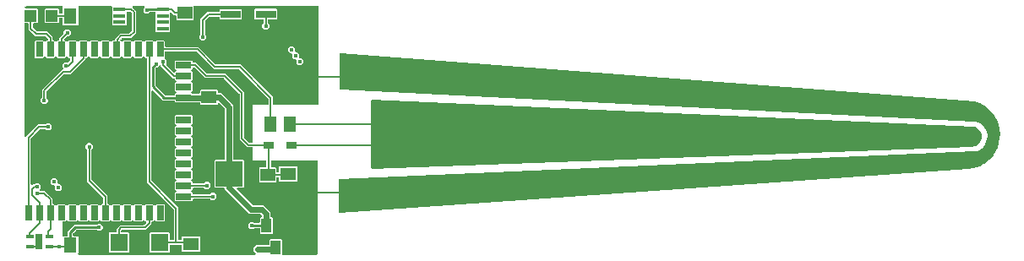
<source format=gbr>
G04 EAGLE Gerber RS-274X export*
G75*
%MOMM*%
%FSLAX34Y34*%
%LPD*%
%INTop Copper*%
%IPPOS*%
%AMOC8*
5,1,8,0,0,1.08239X$1,22.5*%
G01*
%ADD10R,2.700000X2.550000*%
%ADD11R,1.000000X0.800000*%
%ADD12R,1.300000X1.600000*%
%ADD13R,1.600000X1.300000*%
%ADD14R,1.500000X1.300000*%
%ADD15R,0.508000X0.508000*%
%ADD16R,1.800000X1.700000*%
%ADD17R,1.200000X1.200000*%
%ADD18R,1.300000X1.500000*%
%ADD19R,2.000000X0.800000*%
%ADD20R,1.200000X0.450000*%
%ADD21R,1.000000X1.400000*%
%ADD22R,0.650000X1.500000*%
%ADD23R,1.500000X0.650000*%
%ADD24C,0.087500*%
%ADD25R,0.700000X1.600000*%
%ADD26C,0.200000*%
%ADD27C,0.254000*%
%ADD28C,0.203200*%
%ADD29C,0.403200*%
%ADD30C,0.453200*%
%ADD31C,0.609600*%
%ADD32C,0.503200*%

G36*
X241870Y6605D02*
X241870Y6605D01*
X241899Y6602D01*
X242010Y6625D01*
X242122Y6641D01*
X242149Y6653D01*
X242178Y6658D01*
X242278Y6711D01*
X242382Y6757D01*
X242404Y6776D01*
X242430Y6789D01*
X242512Y6867D01*
X242599Y6940D01*
X242615Y6965D01*
X242636Y6985D01*
X242693Y7083D01*
X242756Y7177D01*
X242765Y7205D01*
X242780Y7230D01*
X242808Y7340D01*
X242842Y7448D01*
X242843Y7478D01*
X242850Y7506D01*
X242846Y7619D01*
X242849Y7732D01*
X242842Y7761D01*
X242841Y7790D01*
X242806Y7898D01*
X242777Y8007D01*
X242762Y8033D01*
X242753Y8061D01*
X242708Y8124D01*
X242632Y8252D01*
X242587Y8295D01*
X242559Y8334D01*
X240681Y10211D01*
X240681Y13789D01*
X243211Y16319D01*
X255714Y16319D01*
X255772Y16327D01*
X255830Y16325D01*
X255912Y16347D01*
X255996Y16359D01*
X256049Y16382D01*
X256105Y16397D01*
X256178Y16440D01*
X256255Y16475D01*
X256300Y16513D01*
X256350Y16542D01*
X256408Y16604D01*
X256472Y16658D01*
X256504Y16707D01*
X256544Y16750D01*
X256583Y16825D01*
X256630Y16895D01*
X256647Y16951D01*
X256674Y17003D01*
X256685Y17071D01*
X256715Y17166D01*
X256718Y17266D01*
X256729Y17334D01*
X256729Y21526D01*
X257474Y22271D01*
X268526Y22271D01*
X269271Y21526D01*
X269271Y7616D01*
X269279Y7558D01*
X269277Y7500D01*
X269299Y7418D01*
X269311Y7334D01*
X269334Y7281D01*
X269349Y7225D01*
X269392Y7152D01*
X269427Y7075D01*
X269465Y7030D01*
X269494Y6980D01*
X269556Y6922D01*
X269610Y6858D01*
X269659Y6826D01*
X269702Y6786D01*
X269777Y6747D01*
X269847Y6700D01*
X269903Y6683D01*
X269955Y6656D01*
X270023Y6645D01*
X270118Y6615D01*
X270218Y6612D01*
X270286Y6601D01*
X304000Y6601D01*
X304058Y6609D01*
X304116Y6607D01*
X304198Y6629D01*
X304282Y6641D01*
X304335Y6664D01*
X304391Y6679D01*
X304464Y6722D01*
X304541Y6757D01*
X304586Y6795D01*
X304636Y6824D01*
X304694Y6886D01*
X304758Y6940D01*
X304790Y6989D01*
X304830Y7032D01*
X304869Y7107D01*
X304916Y7177D01*
X304933Y7233D01*
X304960Y7285D01*
X304971Y7353D01*
X305001Y7448D01*
X305004Y7548D01*
X305015Y7616D01*
X305015Y100000D01*
X305007Y100058D01*
X305009Y100116D01*
X304987Y100198D01*
X304975Y100282D01*
X304952Y100335D01*
X304937Y100391D01*
X304894Y100464D01*
X304859Y100541D01*
X304821Y100586D01*
X304792Y100636D01*
X304730Y100694D01*
X304676Y100758D01*
X304627Y100790D01*
X304584Y100830D01*
X304509Y100869D01*
X304439Y100916D01*
X304383Y100933D01*
X304331Y100960D01*
X304263Y100971D01*
X304168Y101001D01*
X304068Y101004D01*
X304000Y101015D01*
X259052Y101015D01*
X258994Y101007D01*
X258936Y101009D01*
X258854Y100987D01*
X258770Y100975D01*
X258717Y100952D01*
X258661Y100937D01*
X258588Y100894D01*
X258511Y100859D01*
X258466Y100821D01*
X258416Y100792D01*
X258358Y100730D01*
X258294Y100676D01*
X258262Y100627D01*
X258222Y100584D01*
X258183Y100509D01*
X258136Y100439D01*
X258119Y100383D01*
X258092Y100331D01*
X258081Y100263D01*
X258051Y100168D01*
X258048Y100068D01*
X258037Y100000D01*
X258037Y95536D01*
X258045Y95478D01*
X258043Y95420D01*
X258065Y95338D01*
X258077Y95254D01*
X258100Y95201D01*
X258115Y95145D01*
X258158Y95072D01*
X258193Y94995D01*
X258231Y94950D01*
X258260Y94900D01*
X258322Y94842D01*
X258376Y94778D01*
X258425Y94746D01*
X258468Y94706D01*
X258543Y94667D01*
X258613Y94620D01*
X258669Y94603D01*
X258721Y94576D01*
X258789Y94565D01*
X258884Y94535D01*
X258984Y94532D01*
X259052Y94521D01*
X263026Y94521D01*
X263771Y93776D01*
X263771Y90052D01*
X263779Y89994D01*
X263777Y89936D01*
X263799Y89854D01*
X263811Y89770D01*
X263834Y89717D01*
X263849Y89661D01*
X263892Y89588D01*
X263927Y89511D01*
X263965Y89466D01*
X263994Y89416D01*
X264056Y89358D01*
X264110Y89294D01*
X264159Y89262D01*
X264202Y89222D01*
X264277Y89183D01*
X264347Y89136D01*
X264403Y89119D01*
X264455Y89092D01*
X264523Y89081D01*
X264618Y89051D01*
X264718Y89048D01*
X264786Y89037D01*
X265214Y89037D01*
X265272Y89045D01*
X265330Y89043D01*
X265412Y89065D01*
X265496Y89077D01*
X265549Y89100D01*
X265605Y89115D01*
X265678Y89158D01*
X265755Y89193D01*
X265800Y89231D01*
X265850Y89260D01*
X265908Y89322D01*
X265972Y89376D01*
X266004Y89425D01*
X266044Y89468D01*
X266083Y89543D01*
X266130Y89613D01*
X266147Y89669D01*
X266174Y89721D01*
X266185Y89789D01*
X266215Y89884D01*
X266218Y89984D01*
X266229Y90052D01*
X266229Y94776D01*
X266974Y95521D01*
X284026Y95521D01*
X284771Y94776D01*
X284771Y80724D01*
X284026Y79979D01*
X266974Y79979D01*
X266229Y80724D01*
X266229Y83448D01*
X266221Y83506D01*
X266223Y83564D01*
X266201Y83646D01*
X266189Y83730D01*
X266166Y83783D01*
X266151Y83839D01*
X266108Y83912D01*
X266073Y83989D01*
X266035Y84034D01*
X266006Y84084D01*
X265944Y84142D01*
X265890Y84206D01*
X265841Y84238D01*
X265798Y84278D01*
X265723Y84317D01*
X265653Y84364D01*
X265597Y84381D01*
X265545Y84408D01*
X265477Y84419D01*
X265382Y84449D01*
X265282Y84452D01*
X265214Y84463D01*
X264786Y84463D01*
X264728Y84455D01*
X264670Y84457D01*
X264588Y84435D01*
X264504Y84423D01*
X264451Y84400D01*
X264395Y84385D01*
X264322Y84342D01*
X264245Y84307D01*
X264200Y84269D01*
X264150Y84240D01*
X264092Y84178D01*
X264028Y84124D01*
X263996Y84075D01*
X263956Y84032D01*
X263917Y83957D01*
X263870Y83887D01*
X263853Y83831D01*
X263826Y83779D01*
X263815Y83711D01*
X263785Y83616D01*
X263782Y83516D01*
X263771Y83448D01*
X263771Y79724D01*
X263026Y78979D01*
X246974Y78979D01*
X246229Y79724D01*
X246229Y93776D01*
X246974Y94521D01*
X252448Y94521D01*
X252506Y94529D01*
X252564Y94527D01*
X252646Y94549D01*
X252730Y94561D01*
X252783Y94584D01*
X252839Y94599D01*
X252912Y94642D01*
X252989Y94677D01*
X253034Y94715D01*
X253084Y94744D01*
X253142Y94806D01*
X253206Y94860D01*
X253238Y94909D01*
X253278Y94952D01*
X253317Y95027D01*
X253364Y95097D01*
X253381Y95153D01*
X253408Y95205D01*
X253419Y95273D01*
X253449Y95368D01*
X253452Y95468D01*
X253463Y95536D01*
X253463Y100000D01*
X253455Y100058D01*
X253457Y100116D01*
X253435Y100198D01*
X253423Y100282D01*
X253400Y100335D01*
X253385Y100391D01*
X253342Y100464D01*
X253307Y100541D01*
X253269Y100586D01*
X253240Y100636D01*
X253178Y100694D01*
X253124Y100758D01*
X253075Y100790D01*
X253032Y100830D01*
X252957Y100869D01*
X252887Y100916D01*
X252831Y100933D01*
X252779Y100960D01*
X252711Y100971D01*
X252616Y101001D01*
X252516Y101004D01*
X252448Y101015D01*
X240015Y101015D01*
X240015Y113448D01*
X240007Y113506D01*
X240009Y113564D01*
X239987Y113646D01*
X239975Y113730D01*
X239952Y113783D01*
X239937Y113839D01*
X239894Y113912D01*
X239859Y113989D01*
X239821Y114034D01*
X239792Y114084D01*
X239730Y114142D01*
X239676Y114206D01*
X239627Y114238D01*
X239584Y114278D01*
X239509Y114317D01*
X239439Y114364D01*
X239383Y114381D01*
X239331Y114408D01*
X239263Y114419D01*
X239168Y114449D01*
X239068Y114452D01*
X239000Y114463D01*
X234303Y114463D01*
X226713Y122053D01*
X226713Y167632D01*
X226701Y167719D01*
X226698Y167806D01*
X226681Y167859D01*
X226673Y167914D01*
X226638Y167994D01*
X226611Y168077D01*
X226583Y168116D01*
X226557Y168173D01*
X226461Y168286D01*
X226416Y168350D01*
X211350Y183416D01*
X211280Y183468D01*
X211216Y183528D01*
X211167Y183554D01*
X211123Y183587D01*
X211041Y183618D01*
X210963Y183658D01*
X210916Y183666D01*
X210857Y183688D01*
X210710Y183700D01*
X210632Y183713D01*
X192053Y183713D01*
X181450Y194316D01*
X181380Y194368D01*
X181316Y194428D01*
X181267Y194454D01*
X181223Y194487D01*
X181141Y194518D01*
X181063Y194558D01*
X181016Y194566D01*
X180957Y194588D01*
X180810Y194600D01*
X180732Y194613D01*
X180536Y194613D01*
X180478Y194605D01*
X180420Y194607D01*
X180338Y194585D01*
X180254Y194573D01*
X180201Y194550D01*
X180145Y194535D01*
X180072Y194492D01*
X179995Y194457D01*
X179950Y194419D01*
X179900Y194390D01*
X179842Y194328D01*
X179778Y194274D01*
X179746Y194225D01*
X179706Y194182D01*
X179667Y194107D01*
X179620Y194037D01*
X179603Y193981D01*
X179576Y193929D01*
X179565Y193861D01*
X179535Y193766D01*
X179532Y193666D01*
X179521Y193598D01*
X179521Y193124D01*
X178515Y192118D01*
X178480Y192071D01*
X178437Y192031D01*
X178395Y191958D01*
X178344Y191891D01*
X178323Y191836D01*
X178294Y191786D01*
X178273Y191704D01*
X178243Y191625D01*
X178238Y191567D01*
X178224Y191510D01*
X178226Y191426D01*
X178219Y191342D01*
X178231Y191284D01*
X178233Y191226D01*
X178259Y191146D01*
X178275Y191063D01*
X178302Y191011D01*
X178320Y190955D01*
X178360Y190899D01*
X178406Y190811D01*
X178452Y190762D01*
X178465Y190740D01*
X178490Y190717D01*
X178515Y190682D01*
X179521Y189676D01*
X179521Y182124D01*
X178515Y181118D01*
X178480Y181071D01*
X178437Y181031D01*
X178395Y180958D01*
X178344Y180891D01*
X178323Y180836D01*
X178294Y180786D01*
X178273Y180704D01*
X178243Y180625D01*
X178238Y180567D01*
X178224Y180510D01*
X178226Y180426D01*
X178219Y180342D01*
X178231Y180284D01*
X178233Y180226D01*
X178259Y180146D01*
X178275Y180063D01*
X178302Y180011D01*
X178320Y179955D01*
X178360Y179899D01*
X178406Y179811D01*
X178475Y179738D01*
X178515Y179682D01*
X179521Y178676D01*
X179521Y171124D01*
X178515Y170118D01*
X178480Y170071D01*
X178437Y170031D01*
X178395Y169958D01*
X178344Y169891D01*
X178323Y169836D01*
X178294Y169786D01*
X178273Y169704D01*
X178243Y169625D01*
X178238Y169567D01*
X178224Y169510D01*
X178226Y169426D01*
X178219Y169342D01*
X178231Y169284D01*
X178233Y169226D01*
X178259Y169146D01*
X178275Y169063D01*
X178302Y169011D01*
X178320Y168955D01*
X178360Y168899D01*
X178406Y168811D01*
X178475Y168738D01*
X178515Y168682D01*
X178681Y168516D01*
X178751Y168463D01*
X178815Y168404D01*
X178864Y168378D01*
X178908Y168345D01*
X178990Y168314D01*
X179068Y168274D01*
X179115Y168266D01*
X179174Y168244D01*
X179322Y168232D01*
X179399Y168219D01*
X186214Y168219D01*
X186272Y168227D01*
X186330Y168225D01*
X186412Y168247D01*
X186496Y168259D01*
X186549Y168282D01*
X186605Y168297D01*
X186678Y168340D01*
X186755Y168375D01*
X186800Y168413D01*
X186850Y168442D01*
X186908Y168504D01*
X186972Y168558D01*
X187004Y168607D01*
X187044Y168650D01*
X187083Y168725D01*
X187130Y168795D01*
X187147Y168851D01*
X187174Y168903D01*
X187185Y168971D01*
X187215Y169066D01*
X187218Y169166D01*
X187229Y169234D01*
X187229Y171526D01*
X187974Y172271D01*
X204026Y172271D01*
X204771Y171526D01*
X204771Y169834D01*
X204779Y169776D01*
X204777Y169718D01*
X204799Y169636D01*
X204811Y169552D01*
X204834Y169499D01*
X204849Y169443D01*
X204892Y169370D01*
X204927Y169293D01*
X204965Y169248D01*
X204994Y169198D01*
X205056Y169140D01*
X205110Y169076D01*
X205159Y169044D01*
X205202Y169004D01*
X205277Y168965D01*
X205347Y168918D01*
X205403Y168901D01*
X205455Y168874D01*
X205523Y168863D01*
X205618Y168833D01*
X205718Y168830D01*
X205786Y168819D01*
X208289Y168819D01*
X220619Y156489D01*
X220619Y102736D01*
X220627Y102678D01*
X220625Y102620D01*
X220647Y102538D01*
X220659Y102454D01*
X220682Y102401D01*
X220697Y102345D01*
X220740Y102272D01*
X220775Y102195D01*
X220813Y102150D01*
X220842Y102100D01*
X220904Y102042D01*
X220958Y101978D01*
X221007Y101946D01*
X221050Y101906D01*
X221125Y101867D01*
X221195Y101820D01*
X221251Y101803D01*
X221303Y101776D01*
X221371Y101765D01*
X221466Y101735D01*
X221566Y101732D01*
X221634Y101721D01*
X230326Y101721D01*
X231071Y100976D01*
X231071Y74424D01*
X230326Y73679D01*
X224879Y73679D01*
X224850Y73675D01*
X224821Y73678D01*
X224710Y73655D01*
X224598Y73639D01*
X224571Y73627D01*
X224542Y73622D01*
X224442Y73570D01*
X224338Y73523D01*
X224316Y73504D01*
X224290Y73491D01*
X224208Y73413D01*
X224121Y73340D01*
X224105Y73315D01*
X224084Y73295D01*
X224027Y73197D01*
X223964Y73103D01*
X223955Y73075D01*
X223940Y73050D01*
X223912Y72940D01*
X223878Y72832D01*
X223877Y72802D01*
X223870Y72774D01*
X223874Y72661D01*
X223871Y72548D01*
X223878Y72519D01*
X223879Y72490D01*
X223914Y72382D01*
X223943Y72273D01*
X223958Y72247D01*
X223967Y72219D01*
X224012Y72156D01*
X224088Y72028D01*
X224133Y71985D01*
X224161Y71946D01*
X239492Y56616D01*
X239561Y56564D01*
X239625Y56504D01*
X239675Y56478D01*
X239719Y56445D01*
X239800Y56414D01*
X239878Y56374D01*
X239926Y56366D01*
X239984Y56344D01*
X240132Y56332D01*
X240209Y56319D01*
X250789Y56319D01*
X257819Y49289D01*
X257819Y45286D01*
X257827Y45228D01*
X257825Y45170D01*
X257847Y45088D01*
X257859Y45004D01*
X257882Y44951D01*
X257897Y44895D01*
X257940Y44822D01*
X257975Y44745D01*
X258013Y44700D01*
X258042Y44650D01*
X258104Y44592D01*
X258158Y44528D01*
X258207Y44496D01*
X258250Y44456D01*
X258325Y44417D01*
X258395Y44370D01*
X258451Y44353D01*
X258503Y44326D01*
X258571Y44315D01*
X258666Y44285D01*
X258766Y44282D01*
X258834Y44271D01*
X259026Y44271D01*
X259771Y43526D01*
X259771Y28474D01*
X259026Y27729D01*
X247974Y27729D01*
X247229Y28474D01*
X247229Y32444D01*
X247221Y32502D01*
X247223Y32560D01*
X247201Y32642D01*
X247189Y32726D01*
X247166Y32779D01*
X247151Y32835D01*
X247108Y32908D01*
X247073Y32985D01*
X247035Y33030D01*
X247006Y33080D01*
X246944Y33138D01*
X246890Y33202D01*
X246841Y33234D01*
X246798Y33274D01*
X246723Y33313D01*
X246653Y33360D01*
X246597Y33377D01*
X246545Y33404D01*
X246477Y33415D01*
X246382Y33445D01*
X246282Y33448D01*
X246214Y33459D01*
X241882Y33459D01*
X241795Y33447D01*
X241707Y33444D01*
X241655Y33427D01*
X241600Y33419D01*
X241520Y33384D01*
X241437Y33357D01*
X241398Y33329D01*
X241341Y33303D01*
X241227Y33207D01*
X241164Y33162D01*
X240465Y32463D01*
X237535Y32463D01*
X235463Y34535D01*
X235463Y37465D01*
X237535Y39537D01*
X240465Y39537D01*
X241164Y38838D01*
X241233Y38786D01*
X241297Y38726D01*
X241347Y38700D01*
X241391Y38667D01*
X241473Y38636D01*
X241550Y38596D01*
X241598Y38588D01*
X241656Y38566D01*
X241804Y38554D01*
X241882Y38541D01*
X246214Y38541D01*
X246272Y38549D01*
X246330Y38547D01*
X246412Y38569D01*
X246496Y38581D01*
X246549Y38604D01*
X246605Y38619D01*
X246678Y38662D01*
X246755Y38697D01*
X246800Y38735D01*
X246850Y38764D01*
X246908Y38826D01*
X246972Y38880D01*
X247004Y38929D01*
X247044Y38972D01*
X247083Y39047D01*
X247130Y39117D01*
X247147Y39173D01*
X247174Y39225D01*
X247185Y39293D01*
X247215Y39388D01*
X247218Y39488D01*
X247229Y39556D01*
X247229Y43526D01*
X247974Y44271D01*
X248166Y44271D01*
X248216Y44278D01*
X248224Y44277D01*
X248233Y44279D01*
X248282Y44277D01*
X248364Y44299D01*
X248448Y44311D01*
X248493Y44331D01*
X248503Y44333D01*
X248511Y44337D01*
X248557Y44349D01*
X248630Y44392D01*
X248707Y44427D01*
X248743Y44458D01*
X248755Y44464D01*
X248764Y44472D01*
X248802Y44494D01*
X248860Y44556D01*
X248924Y44610D01*
X248948Y44647D01*
X248961Y44660D01*
X248969Y44673D01*
X248996Y44702D01*
X249035Y44777D01*
X249082Y44847D01*
X249094Y44885D01*
X249105Y44905D01*
X249110Y44924D01*
X249126Y44955D01*
X249137Y45023D01*
X249167Y45118D01*
X249168Y45153D01*
X249175Y45180D01*
X249173Y45239D01*
X249181Y45286D01*
X249181Y45291D01*
X249173Y45348D01*
X249175Y45402D01*
X249167Y45430D01*
X249166Y45465D01*
X249149Y45517D01*
X249141Y45572D01*
X249115Y45632D01*
X249103Y45677D01*
X249091Y45697D01*
X249079Y45735D01*
X249051Y45774D01*
X249025Y45831D01*
X248978Y45887D01*
X248958Y45922D01*
X248922Y45955D01*
X248884Y46008D01*
X247508Y47384D01*
X247439Y47436D01*
X247375Y47496D01*
X247325Y47522D01*
X247281Y47555D01*
X247200Y47586D01*
X247122Y47626D01*
X247074Y47634D01*
X247016Y47656D01*
X246868Y47668D01*
X246791Y47681D01*
X236211Y47681D01*
X211981Y71911D01*
X211981Y72664D01*
X211973Y72722D01*
X211975Y72780D01*
X211953Y72862D01*
X211941Y72946D01*
X211918Y72999D01*
X211903Y73055D01*
X211860Y73128D01*
X211825Y73205D01*
X211787Y73250D01*
X211758Y73300D01*
X211696Y73358D01*
X211642Y73422D01*
X211593Y73454D01*
X211550Y73494D01*
X211475Y73533D01*
X211405Y73580D01*
X211349Y73597D01*
X211297Y73624D01*
X211229Y73635D01*
X211134Y73665D01*
X211034Y73668D01*
X210966Y73679D01*
X202274Y73679D01*
X201529Y74424D01*
X201529Y100976D01*
X202274Y101721D01*
X210966Y101721D01*
X211024Y101729D01*
X211082Y101727D01*
X211164Y101749D01*
X211248Y101761D01*
X211301Y101784D01*
X211357Y101799D01*
X211430Y101842D01*
X211507Y101877D01*
X211552Y101915D01*
X211602Y101944D01*
X211660Y102006D01*
X211724Y102060D01*
X211756Y102109D01*
X211796Y102152D01*
X211835Y102227D01*
X211882Y102297D01*
X211899Y102353D01*
X211926Y102405D01*
X211937Y102473D01*
X211967Y102568D01*
X211970Y102668D01*
X211981Y102736D01*
X211981Y152491D01*
X211969Y152577D01*
X211966Y152665D01*
X211949Y152717D01*
X211941Y152772D01*
X211906Y152852D01*
X211879Y152935D01*
X211851Y152974D01*
X211825Y153031D01*
X211729Y153145D01*
X211684Y153208D01*
X206504Y158389D01*
X206480Y158406D01*
X206461Y158429D01*
X206367Y158491D01*
X206277Y158559D01*
X206249Y158570D01*
X206225Y158586D01*
X206117Y158620D01*
X206011Y158661D01*
X205982Y158663D01*
X205954Y158672D01*
X205840Y158675D01*
X205728Y158684D01*
X205699Y158678D01*
X205670Y158679D01*
X205560Y158651D01*
X205449Y158628D01*
X205423Y158615D01*
X205395Y158607D01*
X205297Y158550D01*
X205197Y158497D01*
X205175Y158477D01*
X205150Y158462D01*
X205073Y158380D01*
X204991Y158302D01*
X204976Y158276D01*
X204956Y158255D01*
X204904Y158154D01*
X204847Y158056D01*
X204840Y158028D01*
X204826Y158002D01*
X204813Y157924D01*
X204777Y157781D01*
X204779Y157718D01*
X204771Y157671D01*
X204771Y157474D01*
X204026Y156729D01*
X187974Y156729D01*
X187229Y157474D01*
X187229Y158566D01*
X187221Y158624D01*
X187223Y158682D01*
X187201Y158764D01*
X187189Y158848D01*
X187166Y158901D01*
X187151Y158957D01*
X187108Y159030D01*
X187073Y159107D01*
X187035Y159152D01*
X187006Y159202D01*
X186944Y159260D01*
X186890Y159324D01*
X186841Y159356D01*
X186798Y159396D01*
X186723Y159435D01*
X186653Y159482D01*
X186597Y159499D01*
X186545Y159526D01*
X186477Y159537D01*
X186382Y159567D01*
X186282Y159570D01*
X186214Y159581D01*
X179399Y159581D01*
X179312Y159569D01*
X179225Y159566D01*
X179172Y159549D01*
X179117Y159541D01*
X179038Y159506D01*
X178954Y159479D01*
X178915Y159451D01*
X178858Y159425D01*
X178804Y159379D01*
X162724Y159379D01*
X161979Y160124D01*
X161979Y160344D01*
X161971Y160402D01*
X161973Y160460D01*
X161951Y160542D01*
X161939Y160626D01*
X161916Y160679D01*
X161901Y160735D01*
X161858Y160808D01*
X161823Y160885D01*
X161785Y160930D01*
X161756Y160980D01*
X161694Y161038D01*
X161640Y161102D01*
X161591Y161134D01*
X161548Y161174D01*
X161473Y161213D01*
X161403Y161260D01*
X161347Y161277D01*
X161295Y161304D01*
X161227Y161315D01*
X161132Y161345D01*
X161032Y161348D01*
X160964Y161359D01*
X150048Y161359D01*
X140270Y171137D01*
X140246Y171155D01*
X140227Y171177D01*
X140133Y171240D01*
X140043Y171308D01*
X140015Y171318D01*
X139991Y171335D01*
X139883Y171369D01*
X139777Y171409D01*
X139748Y171412D01*
X139720Y171420D01*
X139606Y171423D01*
X139494Y171433D01*
X139465Y171427D01*
X139436Y171428D01*
X139326Y171399D01*
X139215Y171377D01*
X139189Y171363D01*
X139161Y171356D01*
X139063Y171298D01*
X138963Y171246D01*
X138941Y171226D01*
X138916Y171211D01*
X138839Y171128D01*
X138757Y171050D01*
X138742Y171025D01*
X138722Y171003D01*
X138670Y170902D01*
X138613Y170805D01*
X138606Y170776D01*
X138592Y170750D01*
X138579Y170673D01*
X138543Y170529D01*
X138545Y170467D01*
X138537Y170419D01*
X138537Y81118D01*
X138549Y81031D01*
X138552Y80944D01*
X138569Y80891D01*
X138577Y80836D01*
X138612Y80756D01*
X138639Y80673D01*
X138667Y80634D01*
X138693Y80577D01*
X138789Y80464D01*
X138834Y80400D01*
X165287Y53947D01*
X165287Y22302D01*
X165295Y22244D01*
X165293Y22186D01*
X165315Y22104D01*
X165327Y22020D01*
X165350Y21967D01*
X165365Y21911D01*
X165408Y21838D01*
X165443Y21761D01*
X165481Y21716D01*
X165510Y21666D01*
X165572Y21608D01*
X165626Y21544D01*
X165675Y21512D01*
X165718Y21472D01*
X165793Y21433D01*
X165863Y21386D01*
X165919Y21369D01*
X165971Y21342D01*
X166039Y21331D01*
X166134Y21301D01*
X166234Y21298D01*
X166302Y21287D01*
X167464Y21287D01*
X167522Y21295D01*
X167580Y21293D01*
X167662Y21315D01*
X167746Y21327D01*
X167799Y21350D01*
X167855Y21365D01*
X167928Y21408D01*
X168005Y21443D01*
X168050Y21481D01*
X168100Y21510D01*
X168158Y21572D01*
X168222Y21626D01*
X168254Y21675D01*
X168294Y21718D01*
X168333Y21793D01*
X168380Y21863D01*
X168397Y21919D01*
X168424Y21971D01*
X168435Y22039D01*
X168465Y22134D01*
X168468Y22234D01*
X168479Y22302D01*
X168479Y24526D01*
X169224Y25271D01*
X186276Y25271D01*
X187021Y24526D01*
X187021Y10474D01*
X186276Y9729D01*
X169224Y9729D01*
X168479Y10474D01*
X168479Y15698D01*
X168471Y15756D01*
X168473Y15814D01*
X168451Y15896D01*
X168439Y15980D01*
X168416Y16033D01*
X168401Y16089D01*
X168358Y16162D01*
X168323Y16239D01*
X168285Y16284D01*
X168256Y16334D01*
X168194Y16392D01*
X168140Y16456D01*
X168091Y16488D01*
X168048Y16528D01*
X167973Y16567D01*
X167903Y16614D01*
X167847Y16631D01*
X167795Y16658D01*
X167727Y16669D01*
X167632Y16699D01*
X167532Y16702D01*
X167464Y16713D01*
X158036Y16713D01*
X157978Y16705D01*
X157920Y16707D01*
X157838Y16685D01*
X157754Y16673D01*
X157701Y16650D01*
X157645Y16635D01*
X157572Y16592D01*
X157495Y16557D01*
X157450Y16519D01*
X157400Y16490D01*
X157342Y16428D01*
X157278Y16374D01*
X157246Y16325D01*
X157206Y16282D01*
X157167Y16207D01*
X157120Y16137D01*
X157103Y16081D01*
X157076Y16029D01*
X157065Y15961D01*
X157035Y15866D01*
X157032Y15766D01*
X157021Y15698D01*
X157021Y9974D01*
X156276Y9229D01*
X137224Y9229D01*
X136479Y9974D01*
X136479Y28026D01*
X137224Y28771D01*
X156276Y28771D01*
X157021Y28026D01*
X157021Y22302D01*
X157029Y22244D01*
X157027Y22186D01*
X157049Y22104D01*
X157061Y22020D01*
X157084Y21967D01*
X157099Y21911D01*
X157142Y21838D01*
X157177Y21761D01*
X157215Y21716D01*
X157244Y21666D01*
X157306Y21608D01*
X157360Y21544D01*
X157409Y21512D01*
X157452Y21472D01*
X157527Y21433D01*
X157597Y21386D01*
X157653Y21369D01*
X157705Y21342D01*
X157773Y21331D01*
X157868Y21301D01*
X157968Y21298D01*
X158036Y21287D01*
X159698Y21287D01*
X159756Y21295D01*
X159814Y21293D01*
X159896Y21315D01*
X159980Y21327D01*
X160033Y21350D01*
X160089Y21365D01*
X160162Y21408D01*
X160239Y21443D01*
X160284Y21481D01*
X160334Y21510D01*
X160392Y21572D01*
X160456Y21626D01*
X160488Y21675D01*
X160528Y21718D01*
X160567Y21793D01*
X160614Y21863D01*
X160631Y21919D01*
X160658Y21971D01*
X160669Y22039D01*
X160699Y22134D01*
X160702Y22234D01*
X160713Y22302D01*
X160713Y51632D01*
X160701Y51719D01*
X160698Y51806D01*
X160681Y51859D01*
X160673Y51914D01*
X160638Y51994D01*
X160611Y52077D01*
X160583Y52116D01*
X160557Y52173D01*
X160461Y52286D01*
X160416Y52350D01*
X133963Y78803D01*
X133963Y202814D01*
X133955Y202872D01*
X133957Y202930D01*
X133935Y203012D01*
X133923Y203096D01*
X133900Y203149D01*
X133885Y203205D01*
X133842Y203278D01*
X133807Y203355D01*
X133769Y203400D01*
X133740Y203450D01*
X133678Y203508D01*
X133624Y203572D01*
X133575Y203604D01*
X133532Y203644D01*
X133457Y203683D01*
X133387Y203730D01*
X133331Y203747D01*
X133279Y203774D01*
X133211Y203785D01*
X133116Y203815D01*
X133016Y203818D01*
X132948Y203829D01*
X132474Y203829D01*
X131468Y204835D01*
X131421Y204870D01*
X131381Y204913D01*
X131308Y204955D01*
X131241Y205006D01*
X131186Y205027D01*
X131136Y205056D01*
X131054Y205077D01*
X130975Y205107D01*
X130917Y205112D01*
X130860Y205126D01*
X130776Y205124D01*
X130692Y205131D01*
X130634Y205119D01*
X130576Y205117D01*
X130496Y205091D01*
X130413Y205075D01*
X130361Y205048D01*
X130305Y205030D01*
X130249Y204990D01*
X130161Y204944D01*
X130088Y204875D01*
X130032Y204835D01*
X129026Y203829D01*
X121474Y203829D01*
X120468Y204835D01*
X120421Y204870D01*
X120381Y204913D01*
X120308Y204955D01*
X120241Y205006D01*
X120186Y205027D01*
X120136Y205056D01*
X120054Y205077D01*
X119975Y205107D01*
X119917Y205112D01*
X119860Y205126D01*
X119776Y205124D01*
X119692Y205131D01*
X119634Y205119D01*
X119576Y205117D01*
X119496Y205091D01*
X119413Y205075D01*
X119361Y205048D01*
X119305Y205030D01*
X119249Y204990D01*
X119161Y204944D01*
X119088Y204875D01*
X119032Y204835D01*
X118026Y203829D01*
X110474Y203829D01*
X109468Y204835D01*
X109421Y204870D01*
X109381Y204913D01*
X109308Y204955D01*
X109241Y205006D01*
X109186Y205027D01*
X109136Y205056D01*
X109054Y205077D01*
X108975Y205107D01*
X108917Y205112D01*
X108860Y205126D01*
X108776Y205124D01*
X108692Y205131D01*
X108634Y205119D01*
X108576Y205117D01*
X108496Y205091D01*
X108413Y205075D01*
X108361Y205048D01*
X108305Y205030D01*
X108249Y204990D01*
X108161Y204944D01*
X108088Y204875D01*
X108032Y204835D01*
X107026Y203829D01*
X99474Y203829D01*
X98468Y204835D01*
X98421Y204870D01*
X98381Y204913D01*
X98308Y204955D01*
X98241Y205006D01*
X98186Y205027D01*
X98136Y205056D01*
X98054Y205077D01*
X97975Y205107D01*
X97917Y205112D01*
X97860Y205126D01*
X97776Y205124D01*
X97692Y205131D01*
X97634Y205119D01*
X97576Y205117D01*
X97496Y205091D01*
X97413Y205075D01*
X97361Y205048D01*
X97305Y205030D01*
X97249Y204990D01*
X97161Y204944D01*
X97088Y204875D01*
X97032Y204835D01*
X96026Y203829D01*
X88474Y203829D01*
X87468Y204835D01*
X87421Y204870D01*
X87381Y204913D01*
X87308Y204955D01*
X87241Y205006D01*
X87186Y205027D01*
X87136Y205056D01*
X87054Y205077D01*
X86975Y205107D01*
X86917Y205112D01*
X86860Y205126D01*
X86776Y205124D01*
X86692Y205131D01*
X86634Y205119D01*
X86576Y205117D01*
X86496Y205091D01*
X86413Y205075D01*
X86361Y205048D01*
X86305Y205030D01*
X86249Y204990D01*
X86161Y204944D01*
X86088Y204875D01*
X86032Y204835D01*
X85026Y203829D01*
X77474Y203829D01*
X76468Y204835D01*
X76421Y204870D01*
X76381Y204913D01*
X76308Y204955D01*
X76241Y205006D01*
X76186Y205027D01*
X76136Y205056D01*
X76054Y205077D01*
X75975Y205107D01*
X75917Y205112D01*
X75860Y205126D01*
X75776Y205124D01*
X75692Y205131D01*
X75634Y205119D01*
X75576Y205117D01*
X75496Y205091D01*
X75413Y205075D01*
X75361Y205048D01*
X75305Y205030D01*
X75249Y204990D01*
X75161Y204944D01*
X75088Y204875D01*
X75032Y204835D01*
X74026Y203829D01*
X73536Y203829D01*
X73478Y203821D01*
X73420Y203823D01*
X73338Y203801D01*
X73254Y203789D01*
X73201Y203766D01*
X73145Y203751D01*
X73072Y203708D01*
X72995Y203673D01*
X72950Y203635D01*
X72900Y203606D01*
X72842Y203544D01*
X72778Y203490D01*
X72746Y203441D01*
X72706Y203398D01*
X72667Y203323D01*
X72620Y203253D01*
X72603Y203197D01*
X72576Y203145D01*
X72565Y203077D01*
X72535Y202982D01*
X72532Y202882D01*
X72521Y202814D01*
X72521Y202309D01*
X57941Y187729D01*
X51361Y187729D01*
X51274Y187717D01*
X51187Y187714D01*
X51134Y187697D01*
X51080Y187689D01*
X51000Y187654D01*
X50917Y187627D01*
X50877Y187599D01*
X50820Y187573D01*
X50707Y187477D01*
X50643Y187432D01*
X33568Y170357D01*
X33516Y170287D01*
X33456Y170223D01*
X33430Y170174D01*
X33397Y170130D01*
X33366Y170048D01*
X33326Y169970D01*
X33318Y169922D01*
X33296Y169864D01*
X33284Y169716D01*
X33271Y169639D01*
X33271Y164152D01*
X33283Y164065D01*
X33286Y163977D01*
X33303Y163925D01*
X33311Y163870D01*
X33346Y163790D01*
X33373Y163707D01*
X33401Y163668D01*
X33427Y163611D01*
X33523Y163497D01*
X33568Y163434D01*
X34537Y162465D01*
X34537Y159535D01*
X32465Y157463D01*
X29535Y157463D01*
X27463Y159535D01*
X27463Y162465D01*
X28432Y163434D01*
X28484Y163503D01*
X28544Y163567D01*
X28570Y163617D01*
X28603Y163661D01*
X28634Y163743D01*
X28674Y163820D01*
X28682Y163868D01*
X28704Y163926D01*
X28716Y164074D01*
X28729Y164152D01*
X28729Y171941D01*
X49059Y192271D01*
X49277Y192271D01*
X49306Y192275D01*
X49335Y192272D01*
X49446Y192295D01*
X49558Y192311D01*
X49585Y192323D01*
X49614Y192328D01*
X49714Y192381D01*
X49817Y192427D01*
X49840Y192446D01*
X49866Y192459D01*
X49948Y192537D01*
X50034Y192610D01*
X50051Y192635D01*
X50072Y192655D01*
X50129Y192753D01*
X50192Y192847D01*
X50201Y192875D01*
X50216Y192900D01*
X50244Y193010D01*
X50278Y193118D01*
X50279Y193148D01*
X50286Y193176D01*
X50282Y193289D01*
X50285Y193402D01*
X50278Y193431D01*
X50277Y193460D01*
X50242Y193568D01*
X50213Y193677D01*
X50198Y193703D01*
X50189Y193731D01*
X50144Y193795D01*
X50068Y193922D01*
X50022Y193965D01*
X49994Y194004D01*
X49463Y194535D01*
X49463Y197465D01*
X51535Y199537D01*
X54770Y199537D01*
X54785Y199533D01*
X54869Y199536D01*
X54952Y199529D01*
X55010Y199540D01*
X55069Y199542D01*
X55149Y199568D01*
X55231Y199584D01*
X55283Y199611D01*
X55340Y199630D01*
X55396Y199669D01*
X55483Y199715D01*
X55556Y199784D01*
X55613Y199824D01*
X56682Y200893D01*
X56734Y200963D01*
X56794Y201027D01*
X56820Y201076D01*
X56853Y201120D01*
X56884Y201202D01*
X56924Y201280D01*
X56932Y201328D01*
X56954Y201386D01*
X56966Y201534D01*
X56979Y201611D01*
X56979Y202814D01*
X56971Y202872D01*
X56973Y202930D01*
X56951Y203012D01*
X56939Y203096D01*
X56916Y203149D01*
X56901Y203205D01*
X56858Y203278D01*
X56823Y203355D01*
X56785Y203400D01*
X56756Y203450D01*
X56694Y203508D01*
X56640Y203572D01*
X56591Y203604D01*
X56548Y203644D01*
X56473Y203683D01*
X56403Y203730D01*
X56347Y203747D01*
X56295Y203774D01*
X56227Y203785D01*
X56132Y203815D01*
X56032Y203818D01*
X55964Y203829D01*
X55474Y203829D01*
X54468Y204835D01*
X54421Y204870D01*
X54381Y204913D01*
X54308Y204955D01*
X54241Y205006D01*
X54186Y205027D01*
X54136Y205056D01*
X54054Y205077D01*
X53975Y205107D01*
X53917Y205112D01*
X53860Y205126D01*
X53776Y205124D01*
X53692Y205131D01*
X53634Y205119D01*
X53576Y205117D01*
X53496Y205091D01*
X53413Y205075D01*
X53361Y205048D01*
X53305Y205030D01*
X53249Y204990D01*
X53161Y204944D01*
X53088Y204875D01*
X53032Y204835D01*
X52026Y203829D01*
X44474Y203829D01*
X43468Y204835D01*
X43421Y204870D01*
X43381Y204913D01*
X43308Y204955D01*
X43241Y205006D01*
X43186Y205027D01*
X43136Y205056D01*
X43054Y205077D01*
X42975Y205107D01*
X42917Y205112D01*
X42860Y205126D01*
X42776Y205124D01*
X42692Y205131D01*
X42634Y205119D01*
X42576Y205117D01*
X42496Y205091D01*
X42413Y205075D01*
X42361Y205048D01*
X42305Y205030D01*
X42249Y204990D01*
X42161Y204944D01*
X42088Y204875D01*
X42032Y204835D01*
X41026Y203829D01*
X33474Y203829D01*
X32468Y204835D01*
X32421Y204870D01*
X32381Y204913D01*
X32308Y204955D01*
X32241Y205006D01*
X32186Y205027D01*
X32136Y205056D01*
X32054Y205077D01*
X31975Y205107D01*
X31917Y205112D01*
X31860Y205126D01*
X31776Y205124D01*
X31692Y205131D01*
X31634Y205119D01*
X31576Y205117D01*
X31496Y205091D01*
X31413Y205075D01*
X31361Y205048D01*
X31305Y205030D01*
X31249Y204990D01*
X31161Y204944D01*
X31088Y204875D01*
X31032Y204835D01*
X30026Y203829D01*
X22474Y203829D01*
X21729Y204574D01*
X21729Y220626D01*
X22474Y221371D01*
X30026Y221371D01*
X31032Y220365D01*
X31079Y220330D01*
X31119Y220287D01*
X31192Y220245D01*
X31259Y220194D01*
X31314Y220173D01*
X31364Y220144D01*
X31446Y220123D01*
X31525Y220093D01*
X31583Y220088D01*
X31640Y220074D01*
X31724Y220076D01*
X31808Y220069D01*
X31866Y220081D01*
X31924Y220083D01*
X32004Y220109D01*
X32087Y220125D01*
X32139Y220152D01*
X32195Y220170D01*
X32251Y220210D01*
X32339Y220256D01*
X32412Y220325D01*
X32468Y220365D01*
X33474Y221371D01*
X33944Y221371D01*
X33973Y221375D01*
X34003Y221372D01*
X34114Y221395D01*
X34226Y221411D01*
X34253Y221423D01*
X34281Y221428D01*
X34382Y221481D01*
X34485Y221527D01*
X34508Y221546D01*
X34534Y221559D01*
X34616Y221637D01*
X34702Y221710D01*
X34718Y221735D01*
X34740Y221755D01*
X34797Y221853D01*
X34860Y221947D01*
X34869Y221975D01*
X34883Y222000D01*
X34911Y222110D01*
X34946Y222218D01*
X34946Y222248D01*
X34954Y222276D01*
X34950Y222389D01*
X34953Y222502D01*
X34945Y222531D01*
X34945Y222560D01*
X34910Y222668D01*
X34881Y222777D01*
X34866Y222803D01*
X34857Y222831D01*
X34812Y222894D01*
X34736Y223022D01*
X34690Y223065D01*
X34662Y223104D01*
X32350Y225416D01*
X32280Y225468D01*
X32216Y225528D01*
X32167Y225554D01*
X32123Y225587D01*
X32041Y225618D01*
X31963Y225658D01*
X31916Y225666D01*
X31857Y225688D01*
X31710Y225700D01*
X31632Y225713D01*
X22053Y225713D01*
X15213Y232553D01*
X15213Y237964D01*
X15205Y238022D01*
X15207Y238080D01*
X15185Y238162D01*
X15173Y238246D01*
X15150Y238299D01*
X15135Y238355D01*
X15092Y238428D01*
X15057Y238505D01*
X15019Y238550D01*
X14990Y238600D01*
X14928Y238658D01*
X14874Y238722D01*
X14825Y238754D01*
X14782Y238794D01*
X14707Y238833D01*
X14637Y238880D01*
X14581Y238897D01*
X14529Y238924D01*
X14461Y238935D01*
X14366Y238965D01*
X14266Y238968D01*
X14198Y238979D01*
X12116Y238979D01*
X12058Y238971D01*
X12000Y238973D01*
X11918Y238951D01*
X11834Y238939D01*
X11781Y238916D01*
X11725Y238901D01*
X11652Y238858D01*
X11575Y238823D01*
X11530Y238785D01*
X11480Y238756D01*
X11422Y238694D01*
X11358Y238640D01*
X11326Y238591D01*
X11286Y238548D01*
X11247Y238473D01*
X11200Y238403D01*
X11183Y238347D01*
X11156Y238295D01*
X11145Y238227D01*
X11115Y238132D01*
X11112Y238032D01*
X11101Y237964D01*
X11101Y125786D01*
X11105Y125757D01*
X11102Y125727D01*
X11125Y125616D01*
X11141Y125504D01*
X11153Y125477D01*
X11158Y125449D01*
X11210Y125348D01*
X11257Y125245D01*
X11276Y125222D01*
X11289Y125196D01*
X11367Y125114D01*
X11440Y125028D01*
X11465Y125011D01*
X11485Y124990D01*
X11583Y124933D01*
X11677Y124870D01*
X11705Y124861D01*
X11730Y124847D01*
X11840Y124819D01*
X11948Y124784D01*
X11978Y124784D01*
X12006Y124776D01*
X12119Y124780D01*
X12232Y124777D01*
X12261Y124785D01*
X12290Y124785D01*
X12398Y124820D01*
X12507Y124849D01*
X12533Y124864D01*
X12561Y124873D01*
X12624Y124918D01*
X12752Y124994D01*
X12795Y125040D01*
X12834Y125068D01*
X23416Y135650D01*
X25053Y137287D01*
X31864Y137287D01*
X31951Y137299D01*
X32039Y137302D01*
X32091Y137319D01*
X32146Y137327D01*
X32226Y137362D01*
X32309Y137389D01*
X32348Y137417D01*
X32405Y137443D01*
X32519Y137539D01*
X32582Y137584D01*
X33535Y138537D01*
X36465Y138537D01*
X38537Y136465D01*
X38537Y133535D01*
X36465Y131463D01*
X33535Y131463D01*
X32582Y132416D01*
X32513Y132468D01*
X32449Y132528D01*
X32399Y132554D01*
X32355Y132587D01*
X32273Y132618D01*
X32196Y132658D01*
X32148Y132666D01*
X32090Y132688D01*
X31942Y132700D01*
X31864Y132713D01*
X27368Y132713D01*
X27281Y132701D01*
X27194Y132698D01*
X27141Y132681D01*
X27086Y132673D01*
X27006Y132638D01*
X26923Y132611D01*
X26884Y132583D01*
X26827Y132557D01*
X26714Y132461D01*
X26650Y132416D01*
X17834Y123600D01*
X17782Y123530D01*
X17722Y123466D01*
X17696Y123417D01*
X17663Y123373D01*
X17632Y123291D01*
X17592Y123213D01*
X17584Y123166D01*
X17562Y123107D01*
X17550Y122960D01*
X17537Y122882D01*
X17537Y77199D01*
X17541Y77170D01*
X17538Y77141D01*
X17561Y77030D01*
X17577Y76918D01*
X17589Y76891D01*
X17594Y76862D01*
X17647Y76761D01*
X17693Y76658D01*
X17712Y76636D01*
X17725Y76610D01*
X17803Y76528D01*
X17876Y76441D01*
X17901Y76425D01*
X17921Y76404D01*
X18019Y76346D01*
X18113Y76284D01*
X18141Y76275D01*
X18166Y76260D01*
X18276Y76232D01*
X18384Y76198D01*
X18414Y76197D01*
X18442Y76190D01*
X18555Y76193D01*
X18668Y76190D01*
X18697Y76198D01*
X18726Y76199D01*
X18834Y76234D01*
X18943Y76262D01*
X18969Y76277D01*
X18997Y76286D01*
X19061Y76332D01*
X19188Y76408D01*
X19231Y76453D01*
X19270Y76481D01*
X20059Y77271D01*
X20848Y77271D01*
X20935Y77283D01*
X21023Y77286D01*
X21075Y77303D01*
X21130Y77311D01*
X21210Y77346D01*
X21293Y77373D01*
X21332Y77401D01*
X21389Y77427D01*
X21503Y77523D01*
X21566Y77568D01*
X22535Y78537D01*
X25465Y78537D01*
X27537Y76465D01*
X27537Y73535D01*
X26220Y72218D01*
X26185Y72171D01*
X26142Y72131D01*
X26099Y72058D01*
X26049Y71991D01*
X26028Y71936D01*
X25998Y71886D01*
X25977Y71804D01*
X25947Y71725D01*
X25943Y71667D01*
X25928Y71610D01*
X25931Y71526D01*
X25924Y71442D01*
X25935Y71384D01*
X25937Y71326D01*
X25963Y71246D01*
X25980Y71163D01*
X26007Y71111D01*
X26025Y71055D01*
X26065Y70999D01*
X26111Y70911D01*
X26180Y70838D01*
X26220Y70782D01*
X26434Y70568D01*
X26503Y70516D01*
X26567Y70456D01*
X26617Y70430D01*
X26661Y70397D01*
X26742Y70366D01*
X26820Y70326D01*
X26868Y70318D01*
X26927Y70296D01*
X27074Y70284D01*
X27152Y70271D01*
X31941Y70271D01*
X39521Y62691D01*
X39521Y58486D01*
X39529Y58428D01*
X39527Y58370D01*
X39549Y58288D01*
X39561Y58204D01*
X39584Y58151D01*
X39599Y58095D01*
X39642Y58022D01*
X39677Y57945D01*
X39715Y57900D01*
X39744Y57850D01*
X39806Y57792D01*
X39860Y57728D01*
X39909Y57696D01*
X39952Y57656D01*
X40027Y57617D01*
X40097Y57570D01*
X40153Y57553D01*
X40205Y57526D01*
X40273Y57515D01*
X40368Y57485D01*
X40468Y57482D01*
X40536Y57471D01*
X41026Y57471D01*
X42032Y56465D01*
X42079Y56430D01*
X42119Y56387D01*
X42192Y56345D01*
X42259Y56294D01*
X42314Y56273D01*
X42364Y56244D01*
X42446Y56223D01*
X42525Y56193D01*
X42583Y56188D01*
X42640Y56174D01*
X42724Y56176D01*
X42808Y56169D01*
X42866Y56181D01*
X42924Y56183D01*
X43004Y56209D01*
X43087Y56225D01*
X43139Y56252D01*
X43195Y56270D01*
X43251Y56310D01*
X43339Y56356D01*
X43412Y56425D01*
X43468Y56465D01*
X44474Y57471D01*
X52026Y57471D01*
X53032Y56465D01*
X53079Y56430D01*
X53119Y56387D01*
X53192Y56345D01*
X53259Y56294D01*
X53314Y56273D01*
X53364Y56244D01*
X53446Y56223D01*
X53525Y56193D01*
X53583Y56188D01*
X53640Y56174D01*
X53724Y56176D01*
X53808Y56169D01*
X53866Y56181D01*
X53924Y56183D01*
X54004Y56209D01*
X54087Y56225D01*
X54139Y56252D01*
X54195Y56270D01*
X54251Y56310D01*
X54339Y56356D01*
X54412Y56425D01*
X54468Y56465D01*
X55474Y57471D01*
X63026Y57471D01*
X64032Y56465D01*
X64079Y56430D01*
X64119Y56387D01*
X64192Y56345D01*
X64259Y56294D01*
X64314Y56273D01*
X64364Y56244D01*
X64446Y56223D01*
X64525Y56193D01*
X64583Y56188D01*
X64640Y56174D01*
X64724Y56176D01*
X64808Y56169D01*
X64866Y56181D01*
X64924Y56183D01*
X65004Y56209D01*
X65087Y56225D01*
X65139Y56252D01*
X65195Y56270D01*
X65251Y56310D01*
X65339Y56356D01*
X65412Y56425D01*
X65468Y56465D01*
X66474Y57471D01*
X74026Y57471D01*
X75032Y56465D01*
X75079Y56430D01*
X75119Y56387D01*
X75192Y56345D01*
X75259Y56294D01*
X75314Y56273D01*
X75364Y56244D01*
X75446Y56223D01*
X75525Y56193D01*
X75583Y56188D01*
X75640Y56174D01*
X75724Y56176D01*
X75808Y56169D01*
X75866Y56181D01*
X75924Y56183D01*
X76004Y56209D01*
X76087Y56225D01*
X76139Y56252D01*
X76195Y56270D01*
X76251Y56310D01*
X76339Y56356D01*
X76412Y56425D01*
X76468Y56465D01*
X77474Y57471D01*
X85026Y57471D01*
X86032Y56465D01*
X86079Y56430D01*
X86119Y56387D01*
X86192Y56345D01*
X86259Y56294D01*
X86314Y56273D01*
X86364Y56244D01*
X86446Y56223D01*
X86525Y56193D01*
X86583Y56188D01*
X86640Y56174D01*
X86724Y56176D01*
X86808Y56169D01*
X86866Y56181D01*
X86924Y56183D01*
X87004Y56209D01*
X87087Y56225D01*
X87139Y56252D01*
X87195Y56270D01*
X87251Y56310D01*
X87339Y56356D01*
X87412Y56425D01*
X87468Y56465D01*
X88474Y57471D01*
X88948Y57471D01*
X89006Y57479D01*
X89064Y57477D01*
X89146Y57499D01*
X89230Y57511D01*
X89283Y57534D01*
X89339Y57549D01*
X89412Y57592D01*
X89489Y57627D01*
X89534Y57665D01*
X89584Y57694D01*
X89642Y57756D01*
X89706Y57810D01*
X89738Y57859D01*
X89778Y57902D01*
X89817Y57977D01*
X89864Y58047D01*
X89881Y58103D01*
X89908Y58155D01*
X89919Y58223D01*
X89949Y58318D01*
X89952Y58418D01*
X89963Y58486D01*
X89963Y63383D01*
X89951Y63470D01*
X89948Y63557D01*
X89931Y63610D01*
X89923Y63665D01*
X89888Y63744D01*
X89861Y63828D01*
X89833Y63867D01*
X89807Y63924D01*
X89711Y64037D01*
X89666Y64101D01*
X75350Y78415D01*
X74409Y79356D01*
X73713Y80052D01*
X73713Y81003D01*
X73713Y82366D01*
X73713Y111864D01*
X73701Y111951D01*
X73698Y112039D01*
X73681Y112091D01*
X73673Y112146D01*
X73638Y112226D01*
X73611Y112309D01*
X73583Y112348D01*
X73557Y112405D01*
X73461Y112519D01*
X73416Y112582D01*
X72463Y113535D01*
X72463Y116465D01*
X74535Y118537D01*
X77465Y118537D01*
X79537Y116465D01*
X79537Y113535D01*
X78584Y112582D01*
X78532Y112513D01*
X78472Y112449D01*
X78446Y112399D01*
X78413Y112355D01*
X78382Y112273D01*
X78342Y112196D01*
X78334Y112148D01*
X78312Y112090D01*
X78300Y111942D01*
X78287Y111864D01*
X78287Y82367D01*
X78299Y82280D01*
X78302Y82193D01*
X78319Y82140D01*
X78327Y82085D01*
X78362Y82005D01*
X78389Y81922D01*
X78417Y81883D01*
X78443Y81826D01*
X78539Y81713D01*
X78584Y81649D01*
X92900Y67335D01*
X93834Y66401D01*
X94537Y65698D01*
X94537Y64756D01*
X94537Y63384D01*
X94537Y63383D01*
X94537Y58486D01*
X94545Y58428D01*
X94543Y58370D01*
X94565Y58288D01*
X94577Y58204D01*
X94600Y58151D01*
X94615Y58095D01*
X94658Y58022D01*
X94693Y57945D01*
X94731Y57900D01*
X94760Y57850D01*
X94822Y57792D01*
X94876Y57728D01*
X94925Y57696D01*
X94968Y57656D01*
X95043Y57617D01*
X95113Y57570D01*
X95169Y57553D01*
X95221Y57526D01*
X95289Y57515D01*
X95384Y57485D01*
X95484Y57482D01*
X95552Y57471D01*
X96026Y57471D01*
X97032Y56465D01*
X97079Y56430D01*
X97119Y56387D01*
X97192Y56345D01*
X97259Y56294D01*
X97314Y56273D01*
X97364Y56244D01*
X97446Y56223D01*
X97525Y56193D01*
X97583Y56188D01*
X97640Y56174D01*
X97724Y56176D01*
X97808Y56169D01*
X97866Y56181D01*
X97924Y56183D01*
X98004Y56209D01*
X98087Y56225D01*
X98139Y56252D01*
X98195Y56270D01*
X98251Y56310D01*
X98339Y56356D01*
X98412Y56425D01*
X98468Y56465D01*
X99474Y57471D01*
X107026Y57471D01*
X108032Y56465D01*
X108079Y56430D01*
X108119Y56387D01*
X108192Y56345D01*
X108259Y56294D01*
X108314Y56273D01*
X108364Y56244D01*
X108446Y56223D01*
X108525Y56193D01*
X108583Y56188D01*
X108640Y56174D01*
X108724Y56176D01*
X108808Y56169D01*
X108866Y56181D01*
X108924Y56183D01*
X109004Y56209D01*
X109087Y56225D01*
X109139Y56252D01*
X109195Y56270D01*
X109251Y56310D01*
X109339Y56356D01*
X109412Y56425D01*
X109468Y56465D01*
X110474Y57471D01*
X118026Y57471D01*
X119032Y56465D01*
X119079Y56430D01*
X119119Y56387D01*
X119192Y56345D01*
X119259Y56294D01*
X119314Y56273D01*
X119364Y56244D01*
X119446Y56223D01*
X119525Y56193D01*
X119583Y56188D01*
X119640Y56174D01*
X119724Y56176D01*
X119808Y56169D01*
X119866Y56181D01*
X119924Y56183D01*
X120004Y56209D01*
X120087Y56225D01*
X120139Y56252D01*
X120195Y56270D01*
X120251Y56310D01*
X120339Y56356D01*
X120412Y56425D01*
X120468Y56465D01*
X121474Y57471D01*
X129026Y57471D01*
X130032Y56465D01*
X130079Y56430D01*
X130119Y56387D01*
X130192Y56345D01*
X130259Y56294D01*
X130314Y56273D01*
X130364Y56244D01*
X130446Y56223D01*
X130525Y56193D01*
X130583Y56188D01*
X130640Y56174D01*
X130724Y56176D01*
X130808Y56169D01*
X130866Y56181D01*
X130924Y56183D01*
X131004Y56209D01*
X131087Y56225D01*
X131139Y56252D01*
X131195Y56270D01*
X131251Y56310D01*
X131339Y56356D01*
X131412Y56425D01*
X131468Y56465D01*
X132474Y57471D01*
X140026Y57471D01*
X141032Y56465D01*
X141079Y56430D01*
X141119Y56387D01*
X141192Y56345D01*
X141259Y56294D01*
X141314Y56273D01*
X141364Y56244D01*
X141446Y56223D01*
X141525Y56193D01*
X141583Y56188D01*
X141640Y56174D01*
X141724Y56176D01*
X141808Y56169D01*
X141866Y56181D01*
X141924Y56183D01*
X142004Y56209D01*
X142087Y56225D01*
X142139Y56252D01*
X142195Y56270D01*
X142251Y56310D01*
X142339Y56356D01*
X142412Y56425D01*
X142468Y56465D01*
X143474Y57471D01*
X151026Y57471D01*
X151771Y56726D01*
X151771Y40674D01*
X151026Y39929D01*
X143474Y39929D01*
X142468Y40935D01*
X142421Y40970D01*
X142381Y41013D01*
X142308Y41055D01*
X142241Y41106D01*
X142186Y41127D01*
X142136Y41156D01*
X142054Y41177D01*
X141975Y41207D01*
X141917Y41212D01*
X141860Y41226D01*
X141776Y41224D01*
X141692Y41231D01*
X141634Y41219D01*
X141576Y41217D01*
X141496Y41191D01*
X141413Y41175D01*
X141361Y41148D01*
X141305Y41130D01*
X141249Y41090D01*
X141161Y41044D01*
X141088Y40975D01*
X141032Y40935D01*
X140026Y39929D01*
X139552Y39929D01*
X139494Y39921D01*
X139436Y39923D01*
X139354Y39901D01*
X139270Y39889D01*
X139217Y39866D01*
X139161Y39851D01*
X139088Y39808D01*
X139011Y39773D01*
X138966Y39735D01*
X138916Y39706D01*
X138858Y39644D01*
X138794Y39590D01*
X138762Y39541D01*
X138722Y39498D01*
X138683Y39423D01*
X138636Y39353D01*
X138619Y39297D01*
X138592Y39245D01*
X138581Y39177D01*
X138551Y39082D01*
X138548Y38982D01*
X138537Y38914D01*
X138537Y37303D01*
X136900Y35666D01*
X132947Y31713D01*
X109368Y31713D01*
X109281Y31701D01*
X109194Y31698D01*
X109141Y31681D01*
X109086Y31673D01*
X109006Y31638D01*
X108923Y31611D01*
X108884Y31583D01*
X108827Y31557D01*
X108714Y31461D01*
X108650Y31416D01*
X108334Y31100D01*
X108282Y31030D01*
X108222Y30966D01*
X108196Y30917D01*
X108163Y30873D01*
X108132Y30791D01*
X108092Y30713D01*
X108084Y30666D01*
X108062Y30607D01*
X108050Y30460D01*
X108037Y30382D01*
X108037Y29786D01*
X108045Y29728D01*
X108043Y29670D01*
X108065Y29588D01*
X108077Y29504D01*
X108100Y29451D01*
X108115Y29395D01*
X108158Y29322D01*
X108193Y29245D01*
X108231Y29200D01*
X108260Y29150D01*
X108322Y29092D01*
X108376Y29028D01*
X108425Y28996D01*
X108468Y28956D01*
X108543Y28917D01*
X108613Y28870D01*
X108669Y28853D01*
X108721Y28826D01*
X108789Y28815D01*
X108884Y28785D01*
X108984Y28782D01*
X109052Y28771D01*
X115276Y28771D01*
X116021Y28026D01*
X116021Y9974D01*
X115276Y9229D01*
X96224Y9229D01*
X95479Y9974D01*
X95479Y28026D01*
X96224Y28771D01*
X102448Y28771D01*
X102506Y28779D01*
X102564Y28777D01*
X102646Y28799D01*
X102730Y28811D01*
X102783Y28834D01*
X102839Y28849D01*
X102912Y28892D01*
X102989Y28927D01*
X103034Y28965D01*
X103084Y28994D01*
X103142Y29056D01*
X103206Y29110D01*
X103238Y29159D01*
X103278Y29202D01*
X103317Y29277D01*
X103364Y29347D01*
X103381Y29403D01*
X103408Y29455D01*
X103419Y29523D01*
X103449Y29618D01*
X103452Y29718D01*
X103463Y29786D01*
X103463Y32697D01*
X107053Y36287D01*
X130632Y36287D01*
X130719Y36299D01*
X130806Y36302D01*
X130859Y36319D01*
X130914Y36327D01*
X130994Y36362D01*
X131077Y36389D01*
X131116Y36417D01*
X131173Y36443D01*
X131286Y36539D01*
X131350Y36584D01*
X132962Y38196D01*
X132980Y38220D01*
X133002Y38239D01*
X133065Y38333D01*
X133133Y38423D01*
X133144Y38451D01*
X133160Y38475D01*
X133194Y38583D01*
X133234Y38689D01*
X133237Y38718D01*
X133246Y38746D01*
X133249Y38860D01*
X133258Y38972D01*
X133252Y39001D01*
X133253Y39030D01*
X133224Y39140D01*
X133202Y39251D01*
X133188Y39277D01*
X133181Y39305D01*
X133123Y39403D01*
X133071Y39503D01*
X133051Y39525D01*
X133036Y39550D01*
X132953Y39627D01*
X132875Y39709D01*
X132850Y39724D01*
X132829Y39744D01*
X132728Y39796D01*
X132630Y39853D01*
X132602Y39860D01*
X132575Y39874D01*
X132520Y39883D01*
X131468Y40935D01*
X131421Y40970D01*
X131381Y41013D01*
X131308Y41055D01*
X131241Y41106D01*
X131186Y41127D01*
X131136Y41156D01*
X131054Y41177D01*
X130975Y41207D01*
X130917Y41212D01*
X130860Y41226D01*
X130776Y41224D01*
X130692Y41231D01*
X130634Y41219D01*
X130576Y41217D01*
X130496Y41191D01*
X130413Y41175D01*
X130361Y41148D01*
X130305Y41130D01*
X130249Y41090D01*
X130161Y41044D01*
X130088Y40975D01*
X130032Y40935D01*
X129026Y39929D01*
X121474Y39929D01*
X120468Y40935D01*
X120421Y40970D01*
X120381Y41013D01*
X120308Y41055D01*
X120241Y41106D01*
X120186Y41127D01*
X120136Y41156D01*
X120054Y41177D01*
X119975Y41207D01*
X119917Y41212D01*
X119860Y41226D01*
X119776Y41224D01*
X119692Y41231D01*
X119634Y41219D01*
X119576Y41217D01*
X119496Y41191D01*
X119413Y41175D01*
X119361Y41148D01*
X119305Y41130D01*
X119249Y41090D01*
X119161Y41044D01*
X119088Y40975D01*
X119032Y40935D01*
X118026Y39929D01*
X110474Y39929D01*
X109468Y40935D01*
X109421Y40970D01*
X109381Y41013D01*
X109308Y41055D01*
X109241Y41106D01*
X109186Y41127D01*
X109136Y41156D01*
X109054Y41177D01*
X108975Y41207D01*
X108917Y41212D01*
X108860Y41226D01*
X108776Y41224D01*
X108692Y41231D01*
X108634Y41219D01*
X108576Y41217D01*
X108496Y41191D01*
X108413Y41175D01*
X108361Y41148D01*
X108305Y41130D01*
X108249Y41090D01*
X108161Y41044D01*
X108088Y40975D01*
X108032Y40935D01*
X107026Y39929D01*
X99474Y39929D01*
X98468Y40935D01*
X98421Y40970D01*
X98381Y41013D01*
X98308Y41055D01*
X98241Y41106D01*
X98186Y41127D01*
X98136Y41156D01*
X98054Y41177D01*
X97975Y41207D01*
X97917Y41212D01*
X97860Y41226D01*
X97776Y41224D01*
X97692Y41231D01*
X97634Y41219D01*
X97576Y41217D01*
X97496Y41191D01*
X97413Y41175D01*
X97361Y41148D01*
X97305Y41130D01*
X97249Y41090D01*
X97161Y41044D01*
X97088Y40975D01*
X97032Y40935D01*
X96026Y39929D01*
X88474Y39929D01*
X87468Y40935D01*
X87421Y40970D01*
X87381Y41013D01*
X87308Y41055D01*
X87241Y41106D01*
X87186Y41127D01*
X87136Y41156D01*
X87054Y41177D01*
X86975Y41207D01*
X86917Y41212D01*
X86860Y41226D01*
X86776Y41224D01*
X86692Y41231D01*
X86634Y41219D01*
X86576Y41217D01*
X86496Y41191D01*
X86413Y41175D01*
X86361Y41148D01*
X86305Y41130D01*
X86249Y41090D01*
X86161Y41044D01*
X86088Y40975D01*
X86032Y40935D01*
X85026Y39929D01*
X77474Y39929D01*
X76468Y40935D01*
X76421Y40970D01*
X76381Y41013D01*
X76308Y41055D01*
X76241Y41106D01*
X76186Y41127D01*
X76136Y41156D01*
X76054Y41177D01*
X75975Y41207D01*
X75917Y41212D01*
X75860Y41226D01*
X75776Y41224D01*
X75692Y41231D01*
X75634Y41219D01*
X75576Y41217D01*
X75496Y41191D01*
X75413Y41175D01*
X75361Y41148D01*
X75305Y41130D01*
X75249Y41090D01*
X75161Y41044D01*
X75088Y40975D01*
X75032Y40935D01*
X74026Y39929D01*
X66474Y39929D01*
X65468Y40935D01*
X65421Y40970D01*
X65381Y41013D01*
X65308Y41055D01*
X65241Y41106D01*
X65186Y41127D01*
X65136Y41156D01*
X65054Y41177D01*
X64975Y41207D01*
X64917Y41212D01*
X64860Y41226D01*
X64776Y41224D01*
X64692Y41231D01*
X64634Y41219D01*
X64576Y41217D01*
X64496Y41191D01*
X64413Y41175D01*
X64361Y41148D01*
X64305Y41130D01*
X64249Y41090D01*
X64161Y41044D01*
X64088Y40975D01*
X64032Y40935D01*
X63026Y39929D01*
X55474Y39929D01*
X54468Y40935D01*
X54421Y40970D01*
X54381Y41013D01*
X54308Y41055D01*
X54241Y41106D01*
X54186Y41127D01*
X54136Y41156D01*
X54054Y41177D01*
X53975Y41207D01*
X53917Y41212D01*
X53860Y41226D01*
X53776Y41224D01*
X53692Y41231D01*
X53634Y41219D01*
X53576Y41217D01*
X53496Y41191D01*
X53413Y41175D01*
X53361Y41148D01*
X53305Y41130D01*
X53249Y41090D01*
X53161Y41044D01*
X53088Y40975D01*
X53032Y40935D01*
X52026Y39929D01*
X50000Y39929D01*
X49942Y39921D01*
X49884Y39923D01*
X49802Y39901D01*
X49718Y39889D01*
X49665Y39866D01*
X49609Y39851D01*
X49536Y39808D01*
X49459Y39773D01*
X49414Y39735D01*
X49364Y39706D01*
X49306Y39644D01*
X49242Y39590D01*
X49210Y39541D01*
X49170Y39498D01*
X49131Y39423D01*
X49084Y39353D01*
X49067Y39297D01*
X49040Y39245D01*
X49029Y39177D01*
X48999Y39082D01*
X48996Y38982D01*
X48985Y38914D01*
X48985Y26286D01*
X48993Y26228D01*
X48991Y26170D01*
X49013Y26088D01*
X49025Y26004D01*
X49048Y25951D01*
X49063Y25895D01*
X49106Y25822D01*
X49141Y25745D01*
X49179Y25700D01*
X49208Y25650D01*
X49270Y25592D01*
X49324Y25528D01*
X49373Y25496D01*
X49416Y25456D01*
X49491Y25417D01*
X49561Y25370D01*
X49617Y25353D01*
X49669Y25326D01*
X49737Y25315D01*
X49832Y25285D01*
X49932Y25282D01*
X50000Y25271D01*
X53694Y25271D01*
X53752Y25279D01*
X53810Y25277D01*
X53892Y25299D01*
X53976Y25311D01*
X54029Y25334D01*
X54085Y25349D01*
X54158Y25392D01*
X54235Y25427D01*
X54280Y25465D01*
X54330Y25494D01*
X54388Y25556D01*
X54452Y25610D01*
X54484Y25659D01*
X54524Y25702D01*
X54563Y25777D01*
X54610Y25847D01*
X54627Y25903D01*
X54654Y25955D01*
X54665Y26023D01*
X54695Y26118D01*
X54698Y26218D01*
X54709Y26286D01*
X54709Y30302D01*
X60948Y36541D01*
X83118Y36541D01*
X83205Y36553D01*
X83293Y36556D01*
X83345Y36573D01*
X83400Y36581D01*
X83480Y36616D01*
X83563Y36643D01*
X83602Y36671D01*
X83659Y36697D01*
X83773Y36793D01*
X83836Y36838D01*
X84535Y37537D01*
X87465Y37537D01*
X89537Y35465D01*
X89537Y32535D01*
X87465Y30463D01*
X84535Y30463D01*
X83836Y31162D01*
X83767Y31214D01*
X83703Y31274D01*
X83653Y31300D01*
X83609Y31333D01*
X83527Y31364D01*
X83450Y31404D01*
X83402Y31412D01*
X83344Y31434D01*
X83196Y31446D01*
X83118Y31459D01*
X63473Y31459D01*
X63386Y31447D01*
X63299Y31444D01*
X63246Y31427D01*
X63191Y31419D01*
X63112Y31384D01*
X63028Y31357D01*
X62989Y31329D01*
X62932Y31303D01*
X62819Y31207D01*
X62755Y31162D01*
X60088Y28495D01*
X60036Y28425D01*
X59976Y28361D01*
X59950Y28312D01*
X59917Y28268D01*
X59886Y28186D01*
X59846Y28108D01*
X59838Y28061D01*
X59816Y28002D01*
X59804Y27854D01*
X59791Y27777D01*
X59791Y26286D01*
X59799Y26228D01*
X59797Y26170D01*
X59819Y26088D01*
X59831Y26004D01*
X59854Y25951D01*
X59869Y25895D01*
X59912Y25822D01*
X59947Y25745D01*
X59985Y25700D01*
X60014Y25650D01*
X60076Y25592D01*
X60130Y25528D01*
X60179Y25496D01*
X60222Y25456D01*
X60297Y25417D01*
X60367Y25370D01*
X60423Y25353D01*
X60475Y25326D01*
X60543Y25315D01*
X60638Y25285D01*
X60738Y25282D01*
X60806Y25271D01*
X64276Y25271D01*
X65021Y24526D01*
X65021Y8474D01*
X64881Y8334D01*
X64863Y8310D01*
X64841Y8291D01*
X64778Y8197D01*
X64710Y8107D01*
X64700Y8079D01*
X64683Y8055D01*
X64649Y7947D01*
X64609Y7841D01*
X64606Y7812D01*
X64598Y7784D01*
X64595Y7671D01*
X64585Y7558D01*
X64591Y7529D01*
X64590Y7500D01*
X64619Y7390D01*
X64641Y7279D01*
X64655Y7253D01*
X64662Y7225D01*
X64720Y7127D01*
X64772Y7027D01*
X64792Y7005D01*
X64807Y6980D01*
X64890Y6903D01*
X64968Y6821D01*
X64993Y6806D01*
X65015Y6786D01*
X65115Y6734D01*
X65213Y6677D01*
X65242Y6670D01*
X65268Y6656D01*
X65345Y6643D01*
X65489Y6607D01*
X65551Y6609D01*
X65599Y6601D01*
X241841Y6601D01*
X241870Y6605D01*
G37*
G36*
X326795Y48964D02*
X326795Y48964D01*
X326803Y48964D01*
X956622Y92528D01*
X956641Y92533D01*
X956675Y92534D01*
X961336Y93185D01*
X961367Y93194D01*
X961439Y93207D01*
X965965Y94499D01*
X965994Y94512D01*
X966065Y94535D01*
X970367Y96443D01*
X970394Y96460D01*
X970460Y96492D01*
X974456Y98979D01*
X974480Y99001D01*
X974542Y99041D01*
X978153Y102059D01*
X978174Y102084D01*
X978229Y102133D01*
X981386Y105623D01*
X981404Y105650D01*
X981452Y105706D01*
X981915Y106389D01*
X982431Y107150D01*
X983464Y108673D01*
X983980Y109434D01*
X984094Y109601D01*
X984107Y109631D01*
X984147Y109693D01*
X986222Y113917D01*
X986231Y113948D01*
X986262Y114015D01*
X987730Y118487D01*
X987735Y118519D01*
X987756Y118589D01*
X988589Y123221D01*
X988590Y123254D01*
X988601Y123327D01*
X988782Y128029D01*
X988778Y128062D01*
X988779Y128135D01*
X988306Y132818D01*
X988297Y132849D01*
X988288Y132922D01*
X987169Y137493D01*
X987156Y137523D01*
X987136Y137594D01*
X985393Y141966D01*
X985376Y141994D01*
X985347Y142061D01*
X983014Y146148D01*
X982993Y146174D01*
X982955Y146237D01*
X980076Y149960D01*
X980052Y149982D01*
X980006Y150039D01*
X976638Y153326D01*
X976611Y153345D01*
X976557Y153395D01*
X972765Y156183D01*
X972736Y156197D01*
X972676Y156239D01*
X968534Y158473D01*
X968503Y158484D01*
X968437Y158517D01*
X964025Y160154D01*
X964003Y160158D01*
X963983Y160168D01*
X963818Y160199D01*
X328058Y208816D01*
X328009Y208812D01*
X327961Y208818D01*
X327887Y208802D01*
X327813Y208795D01*
X327768Y208776D01*
X327720Y208765D01*
X327656Y208727D01*
X327587Y208697D01*
X327551Y208664D01*
X327509Y208639D01*
X327461Y208582D01*
X327405Y208532D01*
X327381Y208489D01*
X327349Y208452D01*
X327321Y208383D01*
X327285Y208318D01*
X327276Y208270D01*
X327257Y208224D01*
X327243Y208100D01*
X327239Y208076D01*
X327240Y208069D01*
X327239Y208057D01*
X327239Y172750D01*
X327239Y172749D01*
X327239Y172748D01*
X327260Y172618D01*
X327279Y172507D01*
X327279Y172506D01*
X327340Y172391D01*
X327394Y172290D01*
X327394Y172289D01*
X327486Y172202D01*
X327572Y172121D01*
X327573Y172120D01*
X327682Y172069D01*
X327795Y172017D01*
X327796Y172017D01*
X327796Y172016D01*
X327962Y171990D01*
X961698Y140366D01*
X964352Y140001D01*
X966872Y139193D01*
X969214Y137962D01*
X971309Y136346D01*
X973093Y134391D01*
X974512Y132158D01*
X975525Y129713D01*
X976099Y127130D01*
X976220Y124487D01*
X975881Y121863D01*
X975095Y119336D01*
X973884Y116983D01*
X972285Y114875D01*
X970346Y113075D01*
X968125Y111637D01*
X965688Y110603D01*
X963115Y110008D01*
X326717Y82173D01*
X326714Y82172D01*
X326711Y82173D01*
X326594Y82147D01*
X326476Y82123D01*
X326473Y82121D01*
X326470Y82121D01*
X326366Y82059D01*
X326264Y81998D01*
X326262Y81996D01*
X326259Y81994D01*
X326180Y81902D01*
X326102Y81813D01*
X326101Y81810D01*
X326099Y81807D01*
X326054Y81695D01*
X326009Y81585D01*
X326008Y81582D01*
X326007Y81579D01*
X325989Y81413D01*
X325989Y49723D01*
X325996Y49678D01*
X325994Y49631D01*
X326016Y49557D01*
X326029Y49481D01*
X326050Y49440D01*
X326063Y49395D01*
X326107Y49332D01*
X326144Y49263D01*
X326177Y49231D01*
X326204Y49193D01*
X326266Y49147D01*
X326322Y49094D01*
X326364Y49074D01*
X326401Y49047D01*
X326475Y49023D01*
X326545Y48990D01*
X326591Y48985D01*
X326635Y48971D01*
X326770Y48965D01*
X326789Y48963D01*
X326795Y48964D01*
G37*
G36*
X960554Y114851D02*
X960554Y114851D01*
X960579Y114856D01*
X960628Y114857D01*
X962458Y115104D01*
X962481Y115111D01*
X962602Y115138D01*
X964350Y115735D01*
X964372Y115746D01*
X964485Y115796D01*
X966084Y116720D01*
X966103Y116736D01*
X966205Y116807D01*
X967594Y118023D01*
X967610Y118042D01*
X967696Y118131D01*
X968823Y119594D01*
X968835Y119616D01*
X968902Y119720D01*
X969724Y121374D01*
X969731Y121397D01*
X969777Y121512D01*
X970263Y123294D01*
X970266Y123319D01*
X970288Y123440D01*
X970420Y125283D01*
X970417Y125307D01*
X970416Y125431D01*
X970188Y127264D01*
X970181Y127287D01*
X970155Y127408D01*
X969576Y129162D01*
X969565Y129184D01*
X969516Y129298D01*
X968608Y130906D01*
X968593Y130925D01*
X968523Y131028D01*
X967321Y132429D01*
X967302Y132445D01*
X967214Y132532D01*
X965762Y133674D01*
X965741Y133686D01*
X965637Y133754D01*
X963992Y134593D01*
X963968Y134601D01*
X963854Y134647D01*
X962077Y135152D01*
X962073Y135152D01*
X962069Y135154D01*
X961903Y135180D01*
X359534Y162209D01*
X359497Y162205D01*
X359461Y162209D01*
X359376Y162191D01*
X359290Y162180D01*
X359256Y162165D01*
X359220Y162157D01*
X359146Y162112D01*
X359068Y162075D01*
X359041Y162050D01*
X359009Y162031D01*
X358953Y161965D01*
X358890Y161905D01*
X358873Y161872D01*
X358849Y161844D01*
X358817Y161763D01*
X358777Y161686D01*
X358771Y161650D01*
X358757Y161615D01*
X358739Y161449D01*
X358739Y93733D01*
X358744Y93699D01*
X358742Y93666D01*
X358764Y93579D01*
X358779Y93490D01*
X358794Y93460D01*
X358803Y93427D01*
X358852Y93352D01*
X358894Y93273D01*
X358918Y93249D01*
X358936Y93221D01*
X359007Y93165D01*
X359072Y93103D01*
X359103Y93089D01*
X359129Y93068D01*
X359214Y93038D01*
X359295Y93000D01*
X359329Y92996D01*
X359360Y92985D01*
X359528Y92972D01*
X960554Y114851D01*
G37*
G36*
X305058Y156993D02*
X305058Y156993D01*
X305116Y156991D01*
X305198Y157013D01*
X305282Y157025D01*
X305335Y157049D01*
X305391Y157063D01*
X305464Y157106D01*
X305541Y157141D01*
X305586Y157179D01*
X305636Y157209D01*
X305694Y157270D01*
X305758Y157325D01*
X305790Y157373D01*
X305830Y157416D01*
X305869Y157491D01*
X305916Y157561D01*
X305933Y157617D01*
X305960Y157669D01*
X305971Y157737D01*
X306001Y157832D01*
X306004Y157932D01*
X306015Y158000D01*
X306015Y255134D01*
X306007Y255192D01*
X306009Y255250D01*
X305987Y255332D01*
X305975Y255416D01*
X305952Y255469D01*
X305937Y255525D01*
X305894Y255598D01*
X305859Y255675D01*
X305821Y255720D01*
X305792Y255770D01*
X305730Y255828D01*
X305676Y255892D01*
X305627Y255924D01*
X305584Y255964D01*
X305509Y256003D01*
X305439Y256050D01*
X305383Y256067D01*
X305331Y256094D01*
X305263Y256105D01*
X305168Y256135D01*
X305068Y256138D01*
X305000Y256149D01*
X181786Y256149D01*
X181728Y256141D01*
X181670Y256143D01*
X181588Y256121D01*
X181504Y256109D01*
X181451Y256086D01*
X181395Y256071D01*
X181322Y256028D01*
X181245Y255993D01*
X181200Y255955D01*
X181150Y255926D01*
X181092Y255864D01*
X181028Y255810D01*
X180996Y255761D01*
X180956Y255718D01*
X180917Y255643D01*
X180870Y255573D01*
X180853Y255517D01*
X180826Y255465D01*
X180815Y255397D01*
X180785Y255302D01*
X180782Y255202D01*
X180771Y255134D01*
X180771Y242474D01*
X180026Y241729D01*
X163974Y241729D01*
X163229Y242474D01*
X163229Y245698D01*
X163221Y245756D01*
X163223Y245814D01*
X163201Y245896D01*
X163189Y245980D01*
X163166Y246033D01*
X163151Y246089D01*
X163108Y246162D01*
X163073Y246239D01*
X163035Y246284D01*
X163006Y246334D01*
X162944Y246392D01*
X162890Y246456D01*
X162841Y246488D01*
X162798Y246528D01*
X162723Y246567D01*
X162653Y246614D01*
X162597Y246631D01*
X162545Y246658D01*
X162477Y246669D01*
X162382Y246699D01*
X162282Y246702D01*
X162214Y246713D01*
X161053Y246713D01*
X159416Y248350D01*
X158754Y249012D01*
X158730Y249030D01*
X158711Y249052D01*
X158617Y249115D01*
X158527Y249183D01*
X158499Y249194D01*
X158475Y249210D01*
X158367Y249244D01*
X158261Y249284D01*
X158232Y249287D01*
X158204Y249296D01*
X158090Y249299D01*
X157978Y249308D01*
X157949Y249302D01*
X157920Y249303D01*
X157810Y249274D01*
X157699Y249252D01*
X157673Y249238D01*
X157645Y249231D01*
X157547Y249173D01*
X157447Y249121D01*
X157425Y249101D01*
X157400Y249086D01*
X157323Y249003D01*
X157241Y248925D01*
X157226Y248900D01*
X157206Y248879D01*
X157154Y248778D01*
X157097Y248680D01*
X157090Y248652D01*
X157076Y248625D01*
X157063Y248548D01*
X157027Y248404D01*
X157029Y248342D01*
X157021Y248294D01*
X157021Y243298D01*
X156993Y243225D01*
X156988Y243167D01*
X156974Y243110D01*
X156976Y243026D01*
X156969Y242942D01*
X156981Y242884D01*
X156983Y242826D01*
X157009Y242746D01*
X157021Y242685D01*
X157021Y236798D01*
X156993Y236725D01*
X156988Y236667D01*
X156974Y236610D01*
X156976Y236526D01*
X156969Y236442D01*
X156981Y236384D01*
X156983Y236326D01*
X157009Y236246D01*
X157021Y236185D01*
X157021Y230474D01*
X156276Y229729D01*
X143224Y229729D01*
X142479Y230474D01*
X142479Y236202D01*
X142507Y236275D01*
X142512Y236333D01*
X142526Y236390D01*
X142524Y236474D01*
X142531Y236558D01*
X142519Y236615D01*
X142517Y236674D01*
X142491Y236754D01*
X142479Y236815D01*
X142479Y242702D01*
X142507Y242775D01*
X142512Y242833D01*
X142526Y242890D01*
X142524Y242974D01*
X142531Y243058D01*
X142519Y243115D01*
X142517Y243174D01*
X142491Y243254D01*
X142479Y243315D01*
X142479Y249194D01*
X142471Y249252D01*
X142473Y249310D01*
X142451Y249392D01*
X142439Y249476D01*
X142416Y249529D01*
X142401Y249585D01*
X142358Y249658D01*
X142323Y249735D01*
X142285Y249780D01*
X142256Y249830D01*
X142194Y249888D01*
X142140Y249952D01*
X142091Y249984D01*
X142048Y250024D01*
X141973Y250063D01*
X141903Y250110D01*
X141847Y250127D01*
X141795Y250154D01*
X141727Y250165D01*
X141632Y250195D01*
X141532Y250198D01*
X141464Y250209D01*
X137632Y250209D01*
X137545Y250197D01*
X137457Y250194D01*
X137405Y250177D01*
X137350Y250169D01*
X137270Y250134D01*
X137187Y250107D01*
X137148Y250079D01*
X137091Y250053D01*
X136977Y249957D01*
X136914Y249912D01*
X135465Y248463D01*
X132535Y248463D01*
X130463Y250535D01*
X130463Y253465D01*
X131414Y254416D01*
X131432Y254440D01*
X131454Y254459D01*
X131517Y254553D01*
X131585Y254643D01*
X131596Y254671D01*
X131612Y254695D01*
X131646Y254803D01*
X131687Y254909D01*
X131689Y254938D01*
X131698Y254966D01*
X131701Y255080D01*
X131710Y255192D01*
X131704Y255221D01*
X131705Y255250D01*
X131676Y255360D01*
X131654Y255471D01*
X131641Y255497D01*
X131633Y255525D01*
X131576Y255623D01*
X131523Y255723D01*
X131503Y255745D01*
X131488Y255770D01*
X131406Y255847D01*
X131327Y255929D01*
X131302Y255944D01*
X131281Y255964D01*
X131180Y256016D01*
X131082Y256073D01*
X131054Y256080D01*
X131028Y256094D01*
X130950Y256107D01*
X130807Y256143D01*
X130744Y256141D01*
X130697Y256149D01*
X120536Y256149D01*
X120507Y256145D01*
X120477Y256148D01*
X120366Y256125D01*
X120254Y256109D01*
X120227Y256097D01*
X120199Y256092D01*
X120098Y256039D01*
X119995Y255993D01*
X119972Y255974D01*
X119946Y255961D01*
X119864Y255883D01*
X119778Y255810D01*
X119762Y255785D01*
X119740Y255765D01*
X119683Y255667D01*
X119620Y255573D01*
X119611Y255545D01*
X119597Y255520D01*
X119569Y255410D01*
X119534Y255302D01*
X119534Y255272D01*
X119526Y255244D01*
X119530Y255131D01*
X119527Y255018D01*
X119535Y254989D01*
X119535Y254960D01*
X119570Y254852D01*
X119599Y254743D01*
X119614Y254717D01*
X119623Y254689D01*
X119668Y254626D01*
X119744Y254498D01*
X119790Y254455D01*
X119818Y254416D01*
X121650Y252584D01*
X123287Y250947D01*
X123287Y229053D01*
X117947Y223713D01*
X109368Y223713D01*
X109281Y223701D01*
X109194Y223698D01*
X109141Y223681D01*
X109086Y223673D01*
X109006Y223638D01*
X108923Y223611D01*
X108884Y223583D01*
X108827Y223557D01*
X108714Y223461D01*
X108650Y223416D01*
X107533Y222299D01*
X107498Y222253D01*
X107456Y222212D01*
X107413Y222140D01*
X107362Y222072D01*
X107342Y222018D01*
X107312Y221967D01*
X107291Y221886D01*
X107261Y221807D01*
X107256Y221748D01*
X107242Y221692D01*
X107245Y221607D01*
X107238Y221523D01*
X107249Y221466D01*
X107251Y221408D01*
X107277Y221327D01*
X107294Y221245D01*
X107321Y221193D01*
X107339Y221137D01*
X107379Y221081D01*
X107425Y220992D01*
X107493Y220920D01*
X107533Y220864D01*
X108032Y220365D01*
X108079Y220330D01*
X108119Y220287D01*
X108192Y220245D01*
X108259Y220194D01*
X108314Y220173D01*
X108364Y220144D01*
X108446Y220123D01*
X108525Y220093D01*
X108583Y220088D01*
X108640Y220074D01*
X108724Y220076D01*
X108808Y220069D01*
X108866Y220081D01*
X108924Y220083D01*
X109004Y220109D01*
X109087Y220125D01*
X109139Y220152D01*
X109195Y220170D01*
X109251Y220210D01*
X109339Y220256D01*
X109412Y220325D01*
X109468Y220365D01*
X110474Y221371D01*
X118026Y221371D01*
X119032Y220365D01*
X119079Y220330D01*
X119119Y220287D01*
X119192Y220245D01*
X119259Y220194D01*
X119314Y220173D01*
X119364Y220144D01*
X119446Y220123D01*
X119525Y220093D01*
X119583Y220088D01*
X119640Y220074D01*
X119724Y220076D01*
X119808Y220069D01*
X119866Y220081D01*
X119924Y220083D01*
X120004Y220109D01*
X120087Y220125D01*
X120139Y220152D01*
X120195Y220170D01*
X120251Y220210D01*
X120339Y220256D01*
X120412Y220325D01*
X120468Y220365D01*
X121474Y221371D01*
X129026Y221371D01*
X130032Y220365D01*
X130079Y220330D01*
X130119Y220287D01*
X130192Y220245D01*
X130259Y220194D01*
X130314Y220173D01*
X130364Y220144D01*
X130446Y220123D01*
X130525Y220093D01*
X130583Y220088D01*
X130640Y220074D01*
X130724Y220076D01*
X130808Y220069D01*
X130866Y220081D01*
X130924Y220083D01*
X131004Y220109D01*
X131087Y220125D01*
X131139Y220152D01*
X131195Y220170D01*
X131251Y220210D01*
X131339Y220256D01*
X131412Y220325D01*
X131468Y220365D01*
X132474Y221371D01*
X140026Y221371D01*
X141032Y220365D01*
X141079Y220330D01*
X141119Y220287D01*
X141192Y220245D01*
X141259Y220194D01*
X141314Y220173D01*
X141364Y220144D01*
X141446Y220123D01*
X141525Y220093D01*
X141583Y220088D01*
X141640Y220074D01*
X141724Y220076D01*
X141808Y220069D01*
X141866Y220081D01*
X141924Y220083D01*
X142004Y220109D01*
X142087Y220125D01*
X142139Y220152D01*
X142195Y220170D01*
X142251Y220210D01*
X142339Y220256D01*
X142412Y220325D01*
X142468Y220365D01*
X143474Y221371D01*
X151026Y221371D01*
X151771Y220626D01*
X151771Y215902D01*
X151779Y215844D01*
X151777Y215786D01*
X151799Y215704D01*
X151811Y215620D01*
X151834Y215567D01*
X151849Y215511D01*
X151892Y215438D01*
X151927Y215361D01*
X151965Y215316D01*
X151994Y215266D01*
X152056Y215208D01*
X152110Y215144D01*
X152159Y215112D01*
X152202Y215072D01*
X152277Y215033D01*
X152347Y214986D01*
X152403Y214969D01*
X152455Y214942D01*
X152523Y214931D01*
X152618Y214901D01*
X152718Y214898D01*
X152786Y214887D01*
X185347Y214887D01*
X202650Y197584D01*
X202720Y197532D01*
X202784Y197472D01*
X202833Y197446D01*
X202877Y197413D01*
X202959Y197382D01*
X203037Y197342D01*
X203084Y197334D01*
X203143Y197312D01*
X203290Y197300D01*
X203368Y197287D01*
X227947Y197287D01*
X260287Y164947D01*
X260287Y158000D01*
X260295Y157942D01*
X260293Y157884D01*
X260315Y157802D01*
X260327Y157719D01*
X260350Y157665D01*
X260365Y157609D01*
X260408Y157536D01*
X260443Y157459D01*
X260481Y157414D01*
X260510Y157364D01*
X260572Y157306D01*
X260626Y157242D01*
X260675Y157210D01*
X260718Y157170D01*
X260793Y157131D01*
X260863Y157085D01*
X260919Y157067D01*
X260971Y157040D01*
X261039Y157029D01*
X261134Y156999D01*
X261234Y156996D01*
X261302Y156985D01*
X305000Y156985D01*
X305058Y156993D01*
G37*
G36*
X97866Y220081D02*
X97866Y220081D01*
X97924Y220083D01*
X98004Y220109D01*
X98087Y220125D01*
X98139Y220152D01*
X98195Y220170D01*
X98251Y220210D01*
X98339Y220256D01*
X98412Y220325D01*
X98468Y220365D01*
X99474Y221371D01*
X100698Y221371D01*
X100756Y221379D01*
X100814Y221377D01*
X100896Y221399D01*
X100980Y221411D01*
X101033Y221434D01*
X101089Y221449D01*
X101162Y221492D01*
X101239Y221527D01*
X101284Y221565D01*
X101334Y221594D01*
X101392Y221656D01*
X101456Y221710D01*
X101488Y221759D01*
X101528Y221802D01*
X101567Y221877D01*
X101614Y221947D01*
X101631Y222003D01*
X101658Y222055D01*
X101669Y222123D01*
X101699Y222218D01*
X101702Y222318D01*
X101713Y222386D01*
X101713Y222947D01*
X107053Y228287D01*
X115632Y228287D01*
X115719Y228299D01*
X115806Y228302D01*
X115859Y228319D01*
X115914Y228327D01*
X115994Y228362D01*
X116077Y228389D01*
X116116Y228417D01*
X116173Y228443D01*
X116286Y228539D01*
X116350Y228584D01*
X118416Y230650D01*
X118468Y230720D01*
X118528Y230784D01*
X118554Y230833D01*
X118587Y230877D01*
X118618Y230959D01*
X118658Y231037D01*
X118666Y231084D01*
X118688Y231143D01*
X118700Y231290D01*
X118713Y231368D01*
X118713Y248632D01*
X118701Y248719D01*
X118698Y248806D01*
X118681Y248859D01*
X118673Y248914D01*
X118638Y248994D01*
X118611Y249077D01*
X118583Y249116D01*
X118557Y249173D01*
X118461Y249286D01*
X118416Y249350D01*
X117600Y250166D01*
X117530Y250218D01*
X117466Y250278D01*
X117417Y250304D01*
X117373Y250337D01*
X117291Y250368D01*
X117213Y250408D01*
X117166Y250416D01*
X117107Y250438D01*
X116960Y250450D01*
X116882Y250463D01*
X114535Y250463D01*
X114499Y250458D01*
X114463Y250461D01*
X114436Y250455D01*
X114420Y250455D01*
X114349Y250437D01*
X114253Y250423D01*
X114220Y250409D01*
X114185Y250401D01*
X114160Y250388D01*
X114145Y250384D01*
X114083Y250347D01*
X113994Y250307D01*
X113966Y250284D01*
X113934Y250267D01*
X113913Y250246D01*
X113900Y250238D01*
X113852Y250187D01*
X113777Y250124D01*
X113757Y250093D01*
X113731Y250068D01*
X113716Y250043D01*
X113706Y250031D01*
X113674Y249968D01*
X113619Y249887D01*
X113608Y249852D01*
X113590Y249821D01*
X113584Y249793D01*
X113576Y249778D01*
X113567Y249723D01*
X113566Y249717D01*
X113534Y249616D01*
X113533Y249580D01*
X113524Y249544D01*
X113527Y249484D01*
X113521Y249447D01*
X113521Y243298D01*
X113493Y243225D01*
X113488Y243167D01*
X113474Y243110D01*
X113476Y243026D01*
X113469Y242942D01*
X113481Y242885D01*
X113483Y242826D01*
X113509Y242746D01*
X113521Y242685D01*
X113521Y236974D01*
X112776Y236229D01*
X99724Y236229D01*
X98979Y236974D01*
X98979Y242702D01*
X99007Y242775D01*
X99012Y242833D01*
X99026Y242890D01*
X99024Y242974D01*
X99031Y243058D01*
X99019Y243116D01*
X99017Y243174D01*
X98991Y243254D01*
X98979Y243315D01*
X98979Y249202D01*
X99007Y249275D01*
X99012Y249333D01*
X99026Y249390D01*
X99024Y249474D01*
X99031Y249558D01*
X99019Y249616D01*
X99017Y249674D01*
X98991Y249754D01*
X98979Y249815D01*
X98979Y255134D01*
X98971Y255192D01*
X98973Y255250D01*
X98951Y255332D01*
X98939Y255416D01*
X98916Y255469D01*
X98901Y255525D01*
X98858Y255598D01*
X98823Y255675D01*
X98785Y255720D01*
X98756Y255770D01*
X98694Y255828D01*
X98640Y255892D01*
X98591Y255924D01*
X98548Y255964D01*
X98473Y256003D01*
X98403Y256050D01*
X98347Y256067D01*
X98295Y256094D01*
X98227Y256105D01*
X98132Y256135D01*
X98032Y256138D01*
X97964Y256149D01*
X66036Y256149D01*
X65978Y256141D01*
X65920Y256143D01*
X65838Y256121D01*
X65754Y256109D01*
X65701Y256086D01*
X65645Y256071D01*
X65572Y256028D01*
X65495Y255993D01*
X65450Y255955D01*
X65400Y255926D01*
X65342Y255864D01*
X65278Y255810D01*
X65246Y255761D01*
X65206Y255718D01*
X65167Y255643D01*
X65120Y255573D01*
X65103Y255517D01*
X65076Y255465D01*
X65065Y255397D01*
X65035Y255302D01*
X65032Y255202D01*
X65021Y255134D01*
X65021Y237724D01*
X64276Y236979D01*
X50224Y236979D01*
X49479Y237724D01*
X49479Y242948D01*
X49471Y243006D01*
X49473Y243064D01*
X49451Y243146D01*
X49439Y243230D01*
X49416Y243283D01*
X49401Y243339D01*
X49358Y243412D01*
X49323Y243489D01*
X49285Y243534D01*
X49256Y243584D01*
X49194Y243642D01*
X49140Y243706D01*
X49091Y243738D01*
X49048Y243778D01*
X48973Y243817D01*
X48903Y243864D01*
X48847Y243881D01*
X48795Y243908D01*
X48727Y243919D01*
X48632Y243949D01*
X48532Y243952D01*
X48464Y243963D01*
X46786Y243963D01*
X46728Y243955D01*
X46670Y243957D01*
X46588Y243935D01*
X46504Y243923D01*
X46451Y243900D01*
X46395Y243885D01*
X46322Y243842D01*
X46245Y243807D01*
X46200Y243769D01*
X46150Y243740D01*
X46092Y243678D01*
X46028Y243624D01*
X45996Y243575D01*
X45956Y243532D01*
X45917Y243457D01*
X45870Y243387D01*
X45853Y243331D01*
X45826Y243279D01*
X45815Y243211D01*
X45785Y243116D01*
X45782Y243016D01*
X45771Y242948D01*
X45771Y239724D01*
X45026Y238979D01*
X31974Y238979D01*
X31229Y239724D01*
X31229Y252776D01*
X31974Y253521D01*
X45026Y253521D01*
X45771Y252776D01*
X45771Y249552D01*
X45779Y249494D01*
X45777Y249436D01*
X45799Y249354D01*
X45811Y249270D01*
X45834Y249217D01*
X45849Y249161D01*
X45892Y249088D01*
X45927Y249011D01*
X45965Y248966D01*
X45994Y248916D01*
X46056Y248858D01*
X46110Y248794D01*
X46159Y248762D01*
X46202Y248722D01*
X46277Y248683D01*
X46347Y248636D01*
X46403Y248619D01*
X46455Y248592D01*
X46523Y248581D01*
X46618Y248551D01*
X46718Y248548D01*
X46786Y248537D01*
X48464Y248537D01*
X48522Y248545D01*
X48580Y248543D01*
X48662Y248565D01*
X48746Y248577D01*
X48799Y248600D01*
X48855Y248615D01*
X48928Y248658D01*
X49005Y248693D01*
X49050Y248731D01*
X49100Y248760D01*
X49158Y248822D01*
X49222Y248876D01*
X49254Y248925D01*
X49294Y248968D01*
X49333Y249043D01*
X49380Y249113D01*
X49397Y249169D01*
X49424Y249221D01*
X49435Y249289D01*
X49465Y249384D01*
X49468Y249484D01*
X49479Y249552D01*
X49479Y255134D01*
X49471Y255192D01*
X49473Y255250D01*
X49451Y255332D01*
X49439Y255416D01*
X49416Y255469D01*
X49401Y255525D01*
X49358Y255598D01*
X49323Y255675D01*
X49285Y255720D01*
X49256Y255770D01*
X49194Y255828D01*
X49140Y255892D01*
X49091Y255924D01*
X49048Y255964D01*
X48973Y256003D01*
X48903Y256050D01*
X48847Y256067D01*
X48795Y256094D01*
X48727Y256105D01*
X48632Y256135D01*
X48532Y256138D01*
X48464Y256149D01*
X13750Y256149D01*
X13674Y256139D01*
X13617Y256141D01*
X13195Y256085D01*
X13165Y256077D01*
X13134Y256075D01*
X13060Y256048D01*
X12921Y256009D01*
X12866Y255975D01*
X12820Y255958D01*
X12087Y255535D01*
X12010Y255475D01*
X11929Y255422D01*
X11903Y255391D01*
X11863Y255359D01*
X11762Y255220D01*
X11715Y255163D01*
X11646Y255044D01*
X11632Y255007D01*
X11610Y254975D01*
X11579Y254876D01*
X11540Y254780D01*
X11536Y254741D01*
X11524Y254704D01*
X11522Y254600D01*
X11511Y254497D01*
X11518Y254459D01*
X11517Y254420D01*
X11543Y254319D01*
X11562Y254217D01*
X11579Y254182D01*
X11589Y254145D01*
X11642Y254056D01*
X11688Y253963D01*
X11714Y253934D01*
X11734Y253900D01*
X11810Y253829D01*
X11880Y253753D01*
X11913Y253732D01*
X11941Y253706D01*
X12034Y253659D01*
X12122Y253604D01*
X12160Y253594D01*
X12195Y253576D01*
X12271Y253563D01*
X12396Y253529D01*
X12471Y253530D01*
X12526Y253521D01*
X24026Y253521D01*
X24771Y252776D01*
X24771Y239724D01*
X24026Y238979D01*
X20802Y238979D01*
X20744Y238971D01*
X20686Y238973D01*
X20604Y238951D01*
X20520Y238939D01*
X20467Y238916D01*
X20411Y238901D01*
X20338Y238858D01*
X20261Y238823D01*
X20216Y238785D01*
X20166Y238756D01*
X20108Y238694D01*
X20044Y238640D01*
X20012Y238591D01*
X19972Y238548D01*
X19933Y238473D01*
X19886Y238403D01*
X19869Y238347D01*
X19842Y238295D01*
X19831Y238227D01*
X19801Y238132D01*
X19798Y238032D01*
X19787Y237964D01*
X19787Y234868D01*
X19799Y234781D01*
X19802Y234694D01*
X19819Y234641D01*
X19827Y234586D01*
X19862Y234506D01*
X19889Y234423D01*
X19917Y234384D01*
X19943Y234327D01*
X20039Y234214D01*
X20084Y234150D01*
X23650Y230584D01*
X23720Y230532D01*
X23784Y230472D01*
X23833Y230446D01*
X23877Y230413D01*
X23959Y230382D01*
X24037Y230342D01*
X24084Y230334D01*
X24143Y230312D01*
X24290Y230300D01*
X24368Y230287D01*
X33947Y230287D01*
X39537Y224697D01*
X39537Y222386D01*
X39545Y222328D01*
X39543Y222270D01*
X39565Y222188D01*
X39577Y222104D01*
X39600Y222051D01*
X39615Y221995D01*
X39658Y221922D01*
X39693Y221845D01*
X39731Y221800D01*
X39760Y221750D01*
X39822Y221692D01*
X39876Y221628D01*
X39925Y221596D01*
X39968Y221556D01*
X40043Y221517D01*
X40113Y221470D01*
X40169Y221453D01*
X40221Y221426D01*
X40289Y221415D01*
X40384Y221385D01*
X40484Y221382D01*
X40552Y221371D01*
X41026Y221371D01*
X42032Y220365D01*
X42079Y220330D01*
X42119Y220287D01*
X42192Y220245D01*
X42259Y220194D01*
X42314Y220173D01*
X42364Y220144D01*
X42446Y220123D01*
X42525Y220093D01*
X42583Y220088D01*
X42640Y220074D01*
X42724Y220076D01*
X42808Y220069D01*
X42866Y220081D01*
X42924Y220083D01*
X43004Y220109D01*
X43087Y220125D01*
X43139Y220152D01*
X43195Y220170D01*
X43251Y220210D01*
X43339Y220256D01*
X43412Y220325D01*
X43468Y220365D01*
X44474Y221371D01*
X44948Y221371D01*
X45006Y221379D01*
X45064Y221377D01*
X45146Y221399D01*
X45230Y221411D01*
X45283Y221434D01*
X45339Y221449D01*
X45412Y221492D01*
X45489Y221527D01*
X45534Y221565D01*
X45584Y221594D01*
X45642Y221656D01*
X45706Y221710D01*
X45738Y221759D01*
X45778Y221802D01*
X45817Y221877D01*
X45864Y221947D01*
X45881Y222003D01*
X45908Y222055D01*
X45919Y222123D01*
X45949Y222218D01*
X45952Y222318D01*
X45963Y222386D01*
X45963Y224197D01*
X50166Y228400D01*
X50218Y228470D01*
X50278Y228534D01*
X50304Y228583D01*
X50337Y228627D01*
X50368Y228709D01*
X50408Y228787D01*
X50416Y228834D01*
X50438Y228893D01*
X50450Y229040D01*
X50463Y229118D01*
X50463Y230465D01*
X52535Y232537D01*
X55465Y232537D01*
X57537Y230465D01*
X57537Y227535D01*
X55465Y225463D01*
X54118Y225463D01*
X54031Y225451D01*
X53944Y225448D01*
X53891Y225431D01*
X53836Y225423D01*
X53756Y225388D01*
X53673Y225361D01*
X53634Y225333D01*
X53577Y225307D01*
X53464Y225211D01*
X53400Y225166D01*
X51338Y223104D01*
X51320Y223080D01*
X51298Y223061D01*
X51235Y222967D01*
X51167Y222877D01*
X51156Y222849D01*
X51140Y222825D01*
X51106Y222717D01*
X51066Y222611D01*
X51063Y222582D01*
X51054Y222554D01*
X51051Y222440D01*
X51042Y222328D01*
X51048Y222299D01*
X51047Y222270D01*
X51076Y222160D01*
X51098Y222049D01*
X51112Y222023D01*
X51119Y221995D01*
X51177Y221897D01*
X51229Y221797D01*
X51249Y221775D01*
X51264Y221750D01*
X51347Y221673D01*
X51425Y221591D01*
X51450Y221576D01*
X51471Y221556D01*
X51572Y221504D01*
X51670Y221447D01*
X51698Y221440D01*
X51725Y221426D01*
X51802Y221413D01*
X51946Y221377D01*
X52008Y221379D01*
X52020Y221377D01*
X53032Y220365D01*
X53079Y220330D01*
X53119Y220287D01*
X53192Y220245D01*
X53259Y220194D01*
X53314Y220173D01*
X53364Y220144D01*
X53446Y220123D01*
X53525Y220093D01*
X53583Y220088D01*
X53640Y220074D01*
X53724Y220076D01*
X53808Y220069D01*
X53866Y220081D01*
X53924Y220083D01*
X54004Y220109D01*
X54087Y220125D01*
X54139Y220152D01*
X54195Y220170D01*
X54251Y220210D01*
X54339Y220256D01*
X54412Y220325D01*
X54468Y220365D01*
X55474Y221371D01*
X63026Y221371D01*
X64032Y220365D01*
X64079Y220330D01*
X64119Y220287D01*
X64192Y220245D01*
X64259Y220194D01*
X64314Y220173D01*
X64364Y220144D01*
X64446Y220123D01*
X64525Y220093D01*
X64583Y220088D01*
X64640Y220074D01*
X64724Y220076D01*
X64808Y220069D01*
X64866Y220081D01*
X64924Y220083D01*
X65004Y220109D01*
X65087Y220125D01*
X65139Y220152D01*
X65195Y220170D01*
X65251Y220210D01*
X65339Y220256D01*
X65412Y220325D01*
X65468Y220365D01*
X66474Y221371D01*
X74026Y221371D01*
X75032Y220365D01*
X75079Y220330D01*
X75119Y220287D01*
X75192Y220245D01*
X75259Y220194D01*
X75314Y220173D01*
X75364Y220144D01*
X75446Y220123D01*
X75525Y220093D01*
X75583Y220088D01*
X75640Y220074D01*
X75724Y220076D01*
X75808Y220069D01*
X75866Y220081D01*
X75924Y220083D01*
X76004Y220109D01*
X76087Y220125D01*
X76139Y220152D01*
X76195Y220170D01*
X76251Y220210D01*
X76339Y220256D01*
X76412Y220325D01*
X76468Y220365D01*
X77474Y221371D01*
X85026Y221371D01*
X86032Y220365D01*
X86079Y220330D01*
X86119Y220287D01*
X86192Y220245D01*
X86259Y220194D01*
X86314Y220173D01*
X86364Y220144D01*
X86446Y220123D01*
X86525Y220093D01*
X86583Y220088D01*
X86640Y220074D01*
X86724Y220076D01*
X86808Y220069D01*
X86866Y220081D01*
X86924Y220083D01*
X87004Y220109D01*
X87087Y220125D01*
X87139Y220152D01*
X87195Y220170D01*
X87251Y220210D01*
X87339Y220256D01*
X87412Y220325D01*
X87468Y220365D01*
X88474Y221371D01*
X96026Y221371D01*
X97032Y220365D01*
X97079Y220330D01*
X97119Y220287D01*
X97192Y220245D01*
X97259Y220194D01*
X97314Y220173D01*
X97364Y220144D01*
X97446Y220123D01*
X97525Y220093D01*
X97583Y220088D01*
X97640Y220074D01*
X97724Y220076D01*
X97808Y220069D01*
X97866Y220081D01*
G37*
%LPC*%
G36*
X162724Y60379D02*
X162724Y60379D01*
X161979Y61124D01*
X161979Y68676D01*
X162985Y69682D01*
X163020Y69729D01*
X163063Y69769D01*
X163105Y69842D01*
X163156Y69909D01*
X163177Y69964D01*
X163206Y70014D01*
X163227Y70096D01*
X163257Y70175D01*
X163262Y70233D01*
X163276Y70290D01*
X163274Y70374D01*
X163281Y70458D01*
X163269Y70516D01*
X163267Y70574D01*
X163241Y70654D01*
X163225Y70737D01*
X163198Y70789D01*
X163180Y70845D01*
X163140Y70901D01*
X163094Y70989D01*
X163025Y71062D01*
X162985Y71118D01*
X161979Y72124D01*
X161979Y79676D01*
X162985Y80682D01*
X163020Y80729D01*
X163063Y80769D01*
X163105Y80842D01*
X163156Y80909D01*
X163177Y80964D01*
X163206Y81014D01*
X163227Y81096D01*
X163257Y81175D01*
X163262Y81233D01*
X163276Y81290D01*
X163274Y81374D01*
X163281Y81458D01*
X163269Y81516D01*
X163267Y81574D01*
X163241Y81654D01*
X163225Y81737D01*
X163198Y81789D01*
X163180Y81845D01*
X163140Y81901D01*
X163094Y81989D01*
X163025Y82062D01*
X162985Y82118D01*
X161979Y83124D01*
X161979Y90676D01*
X162985Y91682D01*
X163020Y91729D01*
X163063Y91769D01*
X163105Y91842D01*
X163156Y91909D01*
X163177Y91964D01*
X163206Y92014D01*
X163227Y92096D01*
X163257Y92175D01*
X163262Y92233D01*
X163276Y92290D01*
X163274Y92374D01*
X163281Y92458D01*
X163269Y92516D01*
X163267Y92574D01*
X163241Y92654D01*
X163225Y92737D01*
X163198Y92789D01*
X163180Y92845D01*
X163140Y92901D01*
X163094Y92989D01*
X163025Y93062D01*
X162985Y93118D01*
X161979Y94124D01*
X161979Y101676D01*
X162985Y102682D01*
X163020Y102729D01*
X163063Y102769D01*
X163105Y102842D01*
X163156Y102909D01*
X163177Y102964D01*
X163206Y103014D01*
X163227Y103096D01*
X163257Y103175D01*
X163262Y103233D01*
X163276Y103290D01*
X163274Y103374D01*
X163281Y103458D01*
X163269Y103516D01*
X163267Y103574D01*
X163241Y103654D01*
X163225Y103737D01*
X163198Y103789D01*
X163180Y103845D01*
X163140Y103901D01*
X163094Y103989D01*
X163025Y104062D01*
X162985Y104118D01*
X161979Y105124D01*
X161979Y112676D01*
X162985Y113682D01*
X163020Y113729D01*
X163063Y113769D01*
X163105Y113842D01*
X163156Y113909D01*
X163177Y113964D01*
X163206Y114014D01*
X163227Y114096D01*
X163257Y114175D01*
X163262Y114233D01*
X163276Y114290D01*
X163274Y114374D01*
X163281Y114458D01*
X163269Y114516D01*
X163267Y114574D01*
X163241Y114654D01*
X163225Y114737D01*
X163198Y114789D01*
X163180Y114845D01*
X163140Y114901D01*
X163094Y114989D01*
X163025Y115062D01*
X162985Y115118D01*
X161979Y116124D01*
X161979Y123676D01*
X162985Y124682D01*
X162998Y124699D01*
X163010Y124709D01*
X163028Y124736D01*
X163063Y124769D01*
X163105Y124842D01*
X163156Y124909D01*
X163177Y124964D01*
X163206Y125014D01*
X163227Y125096D01*
X163257Y125175D01*
X163262Y125233D01*
X163276Y125290D01*
X163274Y125374D01*
X163281Y125458D01*
X163269Y125516D01*
X163267Y125574D01*
X163241Y125654D01*
X163225Y125737D01*
X163198Y125789D01*
X163180Y125845D01*
X163140Y125901D01*
X163094Y125989D01*
X163025Y126062D01*
X162985Y126118D01*
X161979Y127124D01*
X161979Y134676D01*
X162985Y135682D01*
X163020Y135729D01*
X163063Y135769D01*
X163105Y135842D01*
X163156Y135909D01*
X163177Y135964D01*
X163206Y136014D01*
X163227Y136096D01*
X163257Y136175D01*
X163262Y136233D01*
X163276Y136290D01*
X163274Y136374D01*
X163281Y136458D01*
X163269Y136516D01*
X163267Y136574D01*
X163241Y136654D01*
X163225Y136737D01*
X163198Y136789D01*
X163180Y136845D01*
X163140Y136901D01*
X163094Y136989D01*
X163025Y137062D01*
X162985Y137118D01*
X161979Y138124D01*
X161979Y145676D01*
X162724Y146421D01*
X178776Y146421D01*
X179521Y145676D01*
X179521Y138124D01*
X178515Y137118D01*
X178480Y137071D01*
X178437Y137031D01*
X178395Y136958D01*
X178344Y136891D01*
X178323Y136836D01*
X178294Y136786D01*
X178273Y136704D01*
X178243Y136625D01*
X178238Y136567D01*
X178224Y136510D01*
X178226Y136426D01*
X178219Y136342D01*
X178231Y136284D01*
X178233Y136226D01*
X178259Y136146D01*
X178275Y136063D01*
X178302Y136011D01*
X178320Y135955D01*
X178360Y135899D01*
X178406Y135811D01*
X178475Y135738D01*
X178515Y135682D01*
X179521Y134676D01*
X179521Y127124D01*
X178515Y126118D01*
X178480Y126071D01*
X178437Y126031D01*
X178395Y125958D01*
X178344Y125891D01*
X178323Y125836D01*
X178294Y125786D01*
X178273Y125704D01*
X178243Y125625D01*
X178238Y125567D01*
X178224Y125510D01*
X178226Y125426D01*
X178219Y125342D01*
X178231Y125284D01*
X178233Y125226D01*
X178259Y125146D01*
X178275Y125063D01*
X178302Y125011D01*
X178320Y124955D01*
X178360Y124899D01*
X178406Y124811D01*
X178443Y124772D01*
X178456Y124749D01*
X178489Y124719D01*
X178515Y124682D01*
X179521Y123676D01*
X179521Y116124D01*
X178515Y115118D01*
X178480Y115071D01*
X178437Y115031D01*
X178395Y114958D01*
X178344Y114891D01*
X178323Y114836D01*
X178294Y114786D01*
X178273Y114704D01*
X178243Y114625D01*
X178238Y114567D01*
X178224Y114510D01*
X178226Y114426D01*
X178219Y114342D01*
X178231Y114284D01*
X178233Y114226D01*
X178259Y114146D01*
X178275Y114063D01*
X178302Y114011D01*
X178320Y113955D01*
X178360Y113899D01*
X178406Y113811D01*
X178475Y113738D01*
X178515Y113682D01*
X179521Y112676D01*
X179521Y105124D01*
X178515Y104118D01*
X178480Y104071D01*
X178437Y104031D01*
X178395Y103958D01*
X178344Y103891D01*
X178323Y103836D01*
X178294Y103786D01*
X178273Y103704D01*
X178243Y103625D01*
X178238Y103567D01*
X178224Y103510D01*
X178226Y103426D01*
X178219Y103342D01*
X178231Y103284D01*
X178233Y103226D01*
X178259Y103146D01*
X178275Y103063D01*
X178302Y103011D01*
X178320Y102955D01*
X178360Y102899D01*
X178406Y102811D01*
X178475Y102738D01*
X178515Y102682D01*
X179521Y101676D01*
X179521Y94124D01*
X178515Y93118D01*
X178480Y93071D01*
X178437Y93031D01*
X178395Y92958D01*
X178344Y92891D01*
X178323Y92836D01*
X178294Y92786D01*
X178273Y92704D01*
X178243Y92625D01*
X178238Y92567D01*
X178224Y92510D01*
X178226Y92426D01*
X178219Y92342D01*
X178231Y92284D01*
X178233Y92226D01*
X178259Y92146D01*
X178275Y92063D01*
X178302Y92011D01*
X178320Y91955D01*
X178360Y91899D01*
X178406Y91811D01*
X178475Y91738D01*
X178515Y91682D01*
X179521Y90676D01*
X179521Y83124D01*
X178515Y82118D01*
X178480Y82071D01*
X178437Y82031D01*
X178395Y81958D01*
X178344Y81891D01*
X178323Y81836D01*
X178294Y81786D01*
X178273Y81704D01*
X178243Y81625D01*
X178238Y81567D01*
X178224Y81510D01*
X178226Y81426D01*
X178219Y81342D01*
X178231Y81284D01*
X178233Y81226D01*
X178259Y81146D01*
X178275Y81063D01*
X178302Y81011D01*
X178320Y80955D01*
X178360Y80899D01*
X178406Y80811D01*
X178475Y80738D01*
X178515Y80682D01*
X179521Y79676D01*
X179521Y79202D01*
X179529Y79144D01*
X179527Y79086D01*
X179549Y79004D01*
X179561Y78920D01*
X179584Y78867D01*
X179599Y78811D01*
X179642Y78738D01*
X179677Y78661D01*
X179715Y78616D01*
X179744Y78566D01*
X179806Y78508D01*
X179860Y78444D01*
X179909Y78412D01*
X179952Y78372D01*
X180027Y78333D01*
X180097Y78286D01*
X180153Y78269D01*
X180205Y78242D01*
X180273Y78231D01*
X180368Y78201D01*
X180468Y78198D01*
X180536Y78187D01*
X190764Y78187D01*
X190851Y78199D01*
X190939Y78202D01*
X190991Y78219D01*
X191046Y78227D01*
X191126Y78262D01*
X191209Y78289D01*
X191248Y78317D01*
X191305Y78343D01*
X191419Y78439D01*
X191482Y78484D01*
X192535Y79537D01*
X195465Y79537D01*
X197537Y77465D01*
X197537Y74535D01*
X195465Y72463D01*
X192535Y72463D01*
X191682Y73316D01*
X191613Y73368D01*
X191549Y73428D01*
X191499Y73454D01*
X191455Y73487D01*
X191373Y73518D01*
X191296Y73558D01*
X191248Y73566D01*
X191190Y73588D01*
X191042Y73600D01*
X190964Y73613D01*
X180536Y73613D01*
X180478Y73605D01*
X180420Y73607D01*
X180338Y73585D01*
X180254Y73573D01*
X180201Y73550D01*
X180145Y73535D01*
X180072Y73492D01*
X179995Y73457D01*
X179950Y73419D01*
X179900Y73390D01*
X179842Y73328D01*
X179778Y73274D01*
X179746Y73225D01*
X179706Y73182D01*
X179667Y73107D01*
X179620Y73037D01*
X179603Y72981D01*
X179576Y72929D01*
X179565Y72861D01*
X179535Y72766D01*
X179532Y72666D01*
X179521Y72598D01*
X179521Y72124D01*
X178515Y71118D01*
X178480Y71071D01*
X178437Y71031D01*
X178395Y70958D01*
X178344Y70891D01*
X178323Y70836D01*
X178294Y70786D01*
X178273Y70704D01*
X178243Y70625D01*
X178238Y70567D01*
X178224Y70510D01*
X178226Y70426D01*
X178219Y70342D01*
X178231Y70284D01*
X178233Y70226D01*
X178259Y70146D01*
X178275Y70063D01*
X178302Y70011D01*
X178320Y69955D01*
X178360Y69899D01*
X178406Y69811D01*
X178475Y69738D01*
X178515Y69682D01*
X179521Y68676D01*
X179521Y68202D01*
X179529Y68144D01*
X179527Y68086D01*
X179549Y68004D01*
X179561Y67920D01*
X179584Y67867D01*
X179599Y67811D01*
X179642Y67738D01*
X179677Y67661D01*
X179715Y67616D01*
X179744Y67566D01*
X179806Y67508D01*
X179860Y67444D01*
X179909Y67412D01*
X179952Y67372D01*
X180027Y67333D01*
X180097Y67286D01*
X180153Y67269D01*
X180205Y67242D01*
X180273Y67231D01*
X180368Y67201D01*
X180468Y67198D01*
X180536Y67187D01*
X196764Y67187D01*
X196851Y67199D01*
X196939Y67202D01*
X196991Y67219D01*
X197046Y67227D01*
X197126Y67262D01*
X197209Y67289D01*
X197248Y67317D01*
X197305Y67343D01*
X197419Y67439D01*
X197482Y67484D01*
X198535Y68537D01*
X201465Y68537D01*
X203537Y66465D01*
X203537Y63535D01*
X201465Y61463D01*
X198535Y61463D01*
X197682Y62316D01*
X197613Y62368D01*
X197549Y62428D01*
X197499Y62454D01*
X197455Y62487D01*
X197373Y62518D01*
X197296Y62558D01*
X197248Y62566D01*
X197190Y62588D01*
X197042Y62600D01*
X196964Y62613D01*
X180536Y62613D01*
X180478Y62605D01*
X180420Y62607D01*
X180338Y62585D01*
X180254Y62573D01*
X180201Y62550D01*
X180145Y62535D01*
X180072Y62492D01*
X179995Y62457D01*
X179950Y62419D01*
X179900Y62390D01*
X179842Y62328D01*
X179778Y62274D01*
X179746Y62225D01*
X179706Y62182D01*
X179667Y62107D01*
X179620Y62037D01*
X179603Y61981D01*
X179576Y61929D01*
X179565Y61861D01*
X179535Y61766D01*
X179532Y61666D01*
X179521Y61598D01*
X179521Y61124D01*
X178776Y60379D01*
X162724Y60379D01*
G37*
%LPD*%
G36*
X239058Y119045D02*
X239058Y119045D01*
X239116Y119043D01*
X239198Y119065D01*
X239282Y119077D01*
X239335Y119100D01*
X239391Y119115D01*
X239464Y119158D01*
X239541Y119193D01*
X239586Y119231D01*
X239636Y119260D01*
X239694Y119322D01*
X239758Y119376D01*
X239790Y119425D01*
X239830Y119468D01*
X239869Y119543D01*
X239916Y119613D01*
X239933Y119669D01*
X239960Y119721D01*
X239971Y119789D01*
X240001Y119884D01*
X240004Y119984D01*
X240015Y120052D01*
X240015Y156985D01*
X254698Y156985D01*
X254756Y156993D01*
X254814Y156991D01*
X254896Y157013D01*
X254980Y157025D01*
X255033Y157049D01*
X255089Y157063D01*
X255162Y157106D01*
X255239Y157141D01*
X255284Y157179D01*
X255334Y157209D01*
X255392Y157270D01*
X255456Y157325D01*
X255488Y157373D01*
X255528Y157416D01*
X255567Y157491D01*
X255614Y157561D01*
X255631Y157617D01*
X255658Y157669D01*
X255669Y157737D01*
X255699Y157832D01*
X255702Y157932D01*
X255713Y158000D01*
X255713Y162632D01*
X255701Y162719D01*
X255698Y162806D01*
X255681Y162859D01*
X255673Y162914D01*
X255638Y162994D01*
X255611Y163077D01*
X255583Y163116D01*
X255557Y163173D01*
X255461Y163286D01*
X255416Y163350D01*
X226350Y192416D01*
X226280Y192468D01*
X226216Y192528D01*
X226167Y192554D01*
X226123Y192587D01*
X226041Y192618D01*
X225963Y192658D01*
X225916Y192666D01*
X225857Y192688D01*
X225710Y192700D01*
X225632Y192713D01*
X201053Y192713D01*
X183750Y210016D01*
X183680Y210068D01*
X183616Y210128D01*
X183567Y210154D01*
X183523Y210187D01*
X183441Y210218D01*
X183363Y210258D01*
X183316Y210266D01*
X183257Y210288D01*
X183110Y210300D01*
X183032Y210313D01*
X152786Y210313D01*
X152728Y210305D01*
X152670Y210307D01*
X152588Y210285D01*
X152504Y210273D01*
X152451Y210250D01*
X152395Y210235D01*
X152322Y210192D01*
X152245Y210157D01*
X152200Y210119D01*
X152150Y210090D01*
X152092Y210028D01*
X152028Y209974D01*
X151996Y209925D01*
X151956Y209882D01*
X151917Y209807D01*
X151870Y209737D01*
X151853Y209681D01*
X151826Y209629D01*
X151815Y209561D01*
X151785Y209466D01*
X151782Y209366D01*
X151771Y209298D01*
X151771Y204563D01*
X151740Y204533D01*
X151697Y204460D01*
X151646Y204393D01*
X151626Y204338D01*
X151596Y204288D01*
X151575Y204206D01*
X151545Y204127D01*
X151540Y204069D01*
X151526Y204012D01*
X151529Y203928D01*
X151522Y203844D01*
X151533Y203787D01*
X151535Y203728D01*
X151561Y203648D01*
X151577Y203565D01*
X151604Y203513D01*
X151622Y203458D01*
X151663Y203402D01*
X151708Y203313D01*
X151777Y203241D01*
X151817Y203184D01*
X153537Y201465D01*
X153537Y198535D01*
X153336Y198334D01*
X153301Y198287D01*
X153258Y198247D01*
X153215Y198174D01*
X153165Y198107D01*
X153144Y198052D01*
X153114Y198002D01*
X153094Y197920D01*
X153064Y197841D01*
X153059Y197783D01*
X153044Y197726D01*
X153047Y197642D01*
X153040Y197558D01*
X153052Y197500D01*
X153053Y197442D01*
X153079Y197362D01*
X153096Y197279D01*
X153123Y197227D01*
X153141Y197172D01*
X153181Y197115D01*
X153227Y197027D01*
X153296Y196954D01*
X153336Y196898D01*
X160551Y189683D01*
X160597Y189648D01*
X160638Y189606D01*
X160710Y189563D01*
X160778Y189512D01*
X160832Y189492D01*
X160883Y189462D01*
X160964Y189441D01*
X161043Y189411D01*
X161102Y189406D01*
X161158Y189392D01*
X161243Y189395D01*
X161327Y189388D01*
X161384Y189399D01*
X161442Y189401D01*
X161523Y189427D01*
X161605Y189444D01*
X161657Y189471D01*
X161713Y189489D01*
X161769Y189529D01*
X161858Y189575D01*
X161930Y189643D01*
X161986Y189683D01*
X162985Y190682D01*
X162995Y190695D01*
X163001Y190701D01*
X163019Y190727D01*
X163020Y190729D01*
X163063Y190769D01*
X163105Y190842D01*
X163156Y190909D01*
X163177Y190964D01*
X163206Y191014D01*
X163227Y191096D01*
X163257Y191175D01*
X163262Y191233D01*
X163276Y191290D01*
X163274Y191374D01*
X163281Y191458D01*
X163269Y191516D01*
X163267Y191574D01*
X163241Y191654D01*
X163225Y191737D01*
X163198Y191789D01*
X163180Y191845D01*
X163140Y191901D01*
X163094Y191989D01*
X163025Y192062D01*
X162985Y192118D01*
X161979Y193124D01*
X161979Y200676D01*
X162724Y201421D01*
X178776Y201421D01*
X179521Y200676D01*
X179521Y200202D01*
X179529Y200144D01*
X179527Y200086D01*
X179549Y200004D01*
X179561Y199920D01*
X179584Y199867D01*
X179599Y199811D01*
X179642Y199738D01*
X179677Y199661D01*
X179715Y199616D01*
X179744Y199566D01*
X179806Y199508D01*
X179860Y199444D01*
X179909Y199412D01*
X179952Y199372D01*
X180027Y199333D01*
X180097Y199286D01*
X180153Y199269D01*
X180205Y199242D01*
X180273Y199231D01*
X180368Y199201D01*
X180468Y199198D01*
X180536Y199187D01*
X183047Y199187D01*
X193650Y188584D01*
X193720Y188532D01*
X193784Y188472D01*
X193833Y188446D01*
X193877Y188413D01*
X193959Y188382D01*
X194037Y188342D01*
X194084Y188334D01*
X194143Y188312D01*
X194290Y188300D01*
X194368Y188287D01*
X212947Y188287D01*
X231287Y169947D01*
X231287Y124368D01*
X231295Y124310D01*
X231293Y124253D01*
X231301Y124225D01*
X231302Y124194D01*
X231319Y124141D01*
X231327Y124086D01*
X231352Y124030D01*
X231365Y123978D01*
X231379Y123956D01*
X231389Y123923D01*
X231417Y123884D01*
X231443Y123827D01*
X231485Y123777D01*
X231510Y123734D01*
X231552Y123695D01*
X231584Y123650D01*
X235900Y119334D01*
X235970Y119282D01*
X236034Y119222D01*
X236083Y119196D01*
X236127Y119163D01*
X236209Y119132D01*
X236287Y119092D01*
X236334Y119084D01*
X236393Y119062D01*
X236540Y119050D01*
X236618Y119037D01*
X239000Y119037D01*
X239058Y119045D01*
G37*
G36*
X161022Y166449D02*
X161022Y166449D01*
X161080Y166447D01*
X161162Y166469D01*
X161246Y166481D01*
X161299Y166504D01*
X161355Y166519D01*
X161428Y166562D01*
X161505Y166597D01*
X161550Y166635D01*
X161600Y166664D01*
X161658Y166726D01*
X161722Y166780D01*
X161754Y166829D01*
X161794Y166872D01*
X161833Y166947D01*
X161880Y167017D01*
X161897Y167073D01*
X161924Y167125D01*
X161935Y167193D01*
X161965Y167288D01*
X161968Y167388D01*
X161979Y167456D01*
X161979Y167676D01*
X162985Y168682D01*
X163020Y168729D01*
X163063Y168769D01*
X163105Y168842D01*
X163156Y168909D01*
X163177Y168964D01*
X163206Y169014D01*
X163227Y169096D01*
X163257Y169175D01*
X163262Y169233D01*
X163276Y169290D01*
X163274Y169374D01*
X163281Y169458D01*
X163269Y169516D01*
X163267Y169574D01*
X163241Y169654D01*
X163225Y169737D01*
X163198Y169789D01*
X163180Y169845D01*
X163140Y169901D01*
X163094Y169989D01*
X163025Y170062D01*
X162985Y170118D01*
X161979Y171124D01*
X161979Y178676D01*
X162985Y179682D01*
X163020Y179729D01*
X163063Y179769D01*
X163105Y179842D01*
X163156Y179909D01*
X163177Y179964D01*
X163206Y180014D01*
X163227Y180096D01*
X163257Y180175D01*
X163262Y180233D01*
X163276Y180290D01*
X163274Y180374D01*
X163281Y180458D01*
X163269Y180516D01*
X163267Y180574D01*
X163241Y180654D01*
X163225Y180737D01*
X163198Y180789D01*
X163180Y180845D01*
X163140Y180901D01*
X163094Y180989D01*
X163025Y181062D01*
X162985Y181118D01*
X161979Y182124D01*
X161979Y182598D01*
X161971Y182656D01*
X161973Y182714D01*
X161951Y182796D01*
X161939Y182880D01*
X161916Y182933D01*
X161901Y182989D01*
X161858Y183062D01*
X161823Y183139D01*
X161785Y183184D01*
X161756Y183234D01*
X161694Y183292D01*
X161640Y183356D01*
X161591Y183388D01*
X161548Y183428D01*
X161473Y183467D01*
X161403Y183514D01*
X161347Y183531D01*
X161295Y183558D01*
X161227Y183569D01*
X161132Y183599D01*
X161032Y183602D01*
X160964Y183613D01*
X160153Y183613D01*
X158516Y185250D01*
X149350Y194416D01*
X147602Y196164D01*
X147555Y196199D01*
X147515Y196242D01*
X147488Y196258D01*
X147477Y196268D01*
X147438Y196288D01*
X147375Y196335D01*
X147320Y196356D01*
X147269Y196386D01*
X147188Y196406D01*
X147109Y196436D01*
X147051Y196441D01*
X146994Y196456D01*
X146910Y196453D01*
X146826Y196460D01*
X146768Y196449D01*
X146710Y196447D01*
X146630Y196421D01*
X146547Y196404D01*
X146495Y196377D01*
X146439Y196359D01*
X146383Y196319D01*
X146375Y196315D01*
X146334Y196296D01*
X146325Y196289D01*
X146295Y196273D01*
X146222Y196204D01*
X146166Y196164D01*
X144465Y194463D01*
X143477Y194463D01*
X143390Y194451D01*
X143303Y194448D01*
X143250Y194431D01*
X143195Y194423D01*
X143116Y194388D01*
X143032Y194361D01*
X142993Y194333D01*
X142936Y194307D01*
X142823Y194211D01*
X142759Y194166D01*
X142644Y194051D01*
X142592Y193981D01*
X142532Y193917D01*
X142506Y193868D01*
X142473Y193824D01*
X142442Y193742D01*
X142402Y193664D01*
X142394Y193617D01*
X142372Y193558D01*
X142360Y193410D01*
X142347Y193333D01*
X142347Y176667D01*
X142359Y176580D01*
X142362Y176493D01*
X142379Y176440D01*
X142387Y176385D01*
X142422Y176306D01*
X142449Y176222D01*
X142477Y176183D01*
X142503Y176126D01*
X142599Y176013D01*
X142644Y175949D01*
X151855Y166738D01*
X151925Y166686D01*
X151989Y166626D01*
X152038Y166600D01*
X152082Y166567D01*
X152164Y166536D01*
X152242Y166496D01*
X152289Y166488D01*
X152348Y166466D01*
X152496Y166454D01*
X152573Y166441D01*
X160964Y166441D01*
X161022Y166449D01*
G37*
%LPC*%
G36*
X188535Y221463D02*
X188535Y221463D01*
X186463Y223535D01*
X186463Y226465D01*
X187416Y227418D01*
X187468Y227487D01*
X187528Y227551D01*
X187554Y227601D01*
X187587Y227645D01*
X187618Y227727D01*
X187658Y227804D01*
X187666Y227852D01*
X187688Y227910D01*
X187700Y228058D01*
X187713Y228136D01*
X187713Y242947D01*
X194803Y250037D01*
X205464Y250037D01*
X205522Y250045D01*
X205580Y250043D01*
X205662Y250065D01*
X205746Y250077D01*
X205799Y250100D01*
X205855Y250115D01*
X205928Y250158D01*
X206005Y250193D01*
X206050Y250231D01*
X206100Y250260D01*
X206158Y250322D01*
X206222Y250376D01*
X206254Y250425D01*
X206294Y250468D01*
X206333Y250543D01*
X206380Y250613D01*
X206397Y250669D01*
X206424Y250721D01*
X206435Y250789D01*
X206465Y250884D01*
X206468Y250984D01*
X206479Y251052D01*
X206479Y252276D01*
X207224Y253021D01*
X228276Y253021D01*
X229021Y252276D01*
X229021Y243224D01*
X228276Y242479D01*
X207224Y242479D01*
X206479Y243224D01*
X206479Y244448D01*
X206471Y244506D01*
X206473Y244564D01*
X206451Y244646D01*
X206439Y244730D01*
X206416Y244783D01*
X206401Y244839D01*
X206358Y244912D01*
X206323Y244989D01*
X206285Y245034D01*
X206256Y245084D01*
X206194Y245142D01*
X206140Y245206D01*
X206091Y245238D01*
X206048Y245278D01*
X205973Y245317D01*
X205903Y245364D01*
X205847Y245381D01*
X205795Y245408D01*
X205727Y245419D01*
X205632Y245449D01*
X205532Y245452D01*
X205464Y245463D01*
X197118Y245463D01*
X197031Y245451D01*
X196944Y245448D01*
X196891Y245431D01*
X196836Y245423D01*
X196756Y245388D01*
X196673Y245361D01*
X196634Y245333D01*
X196577Y245307D01*
X196464Y245211D01*
X196400Y245166D01*
X192584Y241350D01*
X192532Y241280D01*
X192472Y241216D01*
X192446Y241167D01*
X192413Y241123D01*
X192382Y241041D01*
X192342Y240963D01*
X192334Y240916D01*
X192312Y240857D01*
X192300Y240710D01*
X192287Y240632D01*
X192287Y228136D01*
X192299Y228049D01*
X192302Y227961D01*
X192319Y227909D01*
X192327Y227854D01*
X192362Y227774D01*
X192389Y227691D01*
X192417Y227652D01*
X192443Y227595D01*
X192539Y227481D01*
X192584Y227418D01*
X193537Y226465D01*
X193537Y223535D01*
X191465Y221463D01*
X188535Y221463D01*
G37*
%LPD*%
%LPC*%
G36*
X251535Y232463D02*
X251535Y232463D01*
X249463Y234535D01*
X249463Y237465D01*
X250416Y238418D01*
X250468Y238487D01*
X250528Y238551D01*
X250554Y238601D01*
X250587Y238645D01*
X250618Y238727D01*
X250658Y238804D01*
X250666Y238852D01*
X250688Y238910D01*
X250700Y239058D01*
X250713Y239136D01*
X250713Y241714D01*
X250705Y241772D01*
X250707Y241830D01*
X250685Y241912D01*
X250673Y241996D01*
X250650Y242049D01*
X250635Y242105D01*
X250592Y242178D01*
X250557Y242255D01*
X250519Y242300D01*
X250490Y242350D01*
X250428Y242408D01*
X250374Y242472D01*
X250325Y242504D01*
X250282Y242544D01*
X250207Y242583D01*
X250137Y242630D01*
X250081Y242647D01*
X250029Y242674D01*
X249961Y242685D01*
X249866Y242715D01*
X249766Y242718D01*
X249698Y242729D01*
X242474Y242729D01*
X241729Y243474D01*
X241729Y252526D01*
X242474Y253271D01*
X263526Y253271D01*
X264271Y252526D01*
X264271Y243474D01*
X263526Y242729D01*
X256302Y242729D01*
X256244Y242721D01*
X256186Y242723D01*
X256104Y242701D01*
X256020Y242689D01*
X255967Y242666D01*
X255911Y242651D01*
X255838Y242608D01*
X255761Y242573D01*
X255716Y242535D01*
X255666Y242506D01*
X255608Y242444D01*
X255544Y242390D01*
X255512Y242341D01*
X255472Y242298D01*
X255433Y242223D01*
X255386Y242153D01*
X255369Y242097D01*
X255342Y242045D01*
X255331Y241977D01*
X255301Y241882D01*
X255298Y241782D01*
X255287Y241714D01*
X255287Y239136D01*
X255299Y239049D01*
X255302Y238961D01*
X255319Y238909D01*
X255327Y238854D01*
X255362Y238774D01*
X255389Y238691D01*
X255417Y238652D01*
X255443Y238595D01*
X255539Y238481D01*
X255553Y238457D01*
X255562Y238449D01*
X255584Y238418D01*
X256537Y237465D01*
X256537Y234535D01*
X254465Y232463D01*
X251535Y232463D01*
G37*
%LPD*%
%LPC*%
G36*
X285535Y196463D02*
X285535Y196463D01*
X283463Y198535D01*
X283463Y201448D01*
X283455Y201506D01*
X283457Y201564D01*
X283435Y201646D01*
X283423Y201730D01*
X283400Y201783D01*
X283385Y201839D01*
X283342Y201912D01*
X283307Y201989D01*
X283269Y202034D01*
X283240Y202084D01*
X283178Y202142D01*
X283124Y202206D01*
X283075Y202238D01*
X283032Y202278D01*
X282957Y202317D01*
X282887Y202364D01*
X282831Y202381D01*
X282779Y202408D01*
X282711Y202419D01*
X282616Y202449D01*
X282516Y202452D01*
X282448Y202463D01*
X281535Y202463D01*
X279463Y204535D01*
X279463Y207448D01*
X279455Y207506D01*
X279457Y207564D01*
X279435Y207646D01*
X279423Y207730D01*
X279400Y207783D01*
X279385Y207839D01*
X279342Y207912D01*
X279307Y207989D01*
X279269Y208034D01*
X279240Y208084D01*
X279178Y208142D01*
X279124Y208206D01*
X279075Y208238D01*
X279032Y208278D01*
X278957Y208317D01*
X278887Y208364D01*
X278831Y208381D01*
X278779Y208408D01*
X278711Y208419D01*
X278616Y208449D01*
X278516Y208452D01*
X278448Y208463D01*
X277535Y208463D01*
X275463Y210535D01*
X275463Y213465D01*
X277535Y215537D01*
X280465Y215537D01*
X282537Y213465D01*
X282537Y210552D01*
X282545Y210494D01*
X282543Y210436D01*
X282565Y210354D01*
X282577Y210270D01*
X282600Y210217D01*
X282615Y210161D01*
X282658Y210088D01*
X282693Y210011D01*
X282731Y209966D01*
X282760Y209916D01*
X282822Y209858D01*
X282876Y209794D01*
X282925Y209762D01*
X282968Y209722D01*
X283043Y209683D01*
X283113Y209636D01*
X283169Y209619D01*
X283221Y209592D01*
X283289Y209581D01*
X283384Y209551D01*
X283484Y209548D01*
X283552Y209537D01*
X284465Y209537D01*
X286537Y207465D01*
X286537Y204552D01*
X286544Y204498D01*
X286543Y204458D01*
X286544Y204456D01*
X286543Y204436D01*
X286565Y204354D01*
X286577Y204270D01*
X286600Y204217D01*
X286615Y204161D01*
X286658Y204088D01*
X286693Y204011D01*
X286731Y203966D01*
X286760Y203916D01*
X286822Y203858D01*
X286876Y203794D01*
X286925Y203762D01*
X286968Y203722D01*
X287043Y203683D01*
X287113Y203636D01*
X287169Y203619D01*
X287221Y203592D01*
X287289Y203581D01*
X287384Y203551D01*
X287484Y203548D01*
X287552Y203537D01*
X288465Y203537D01*
X290537Y201465D01*
X290537Y198535D01*
X288465Y196463D01*
X285535Y196463D01*
G37*
%LPD*%
%LPC*%
G36*
X43535Y70463D02*
X43535Y70463D01*
X41463Y72535D01*
X41463Y75448D01*
X41455Y75506D01*
X41457Y75564D01*
X41435Y75646D01*
X41423Y75730D01*
X41400Y75783D01*
X41385Y75839D01*
X41342Y75912D01*
X41307Y75989D01*
X41269Y76034D01*
X41240Y76084D01*
X41178Y76142D01*
X41124Y76206D01*
X41075Y76238D01*
X41032Y76278D01*
X40957Y76317D01*
X40887Y76364D01*
X40831Y76381D01*
X40779Y76408D01*
X40711Y76419D01*
X40616Y76449D01*
X40516Y76452D01*
X40448Y76463D01*
X39535Y76463D01*
X37463Y78535D01*
X37463Y81465D01*
X39535Y83537D01*
X42465Y83537D01*
X44537Y81465D01*
X44537Y78552D01*
X44545Y78494D01*
X44543Y78436D01*
X44565Y78354D01*
X44577Y78270D01*
X44600Y78217D01*
X44615Y78161D01*
X44658Y78088D01*
X44693Y78011D01*
X44731Y77966D01*
X44760Y77916D01*
X44822Y77858D01*
X44876Y77794D01*
X44925Y77762D01*
X44968Y77722D01*
X45043Y77683D01*
X45113Y77636D01*
X45169Y77619D01*
X45221Y77592D01*
X45289Y77581D01*
X45384Y77551D01*
X45484Y77548D01*
X45552Y77537D01*
X46465Y77537D01*
X48537Y75465D01*
X48537Y72535D01*
X46465Y70463D01*
X43535Y70463D01*
G37*
%LPD*%
D10*
X216300Y24300D03*
X216300Y87700D03*
D11*
X278750Y116750D03*
X255750Y116750D03*
D12*
X258000Y137750D03*
X277000Y137750D03*
D13*
X275500Y68750D03*
X275500Y87750D03*
D14*
X255000Y86750D03*
X255000Y69750D03*
D15*
X277750Y137750D03*
X287500Y185250D03*
D16*
X105750Y19000D03*
X146750Y19000D03*
D13*
X177750Y36500D03*
X177750Y17500D03*
D12*
X76250Y246250D03*
X57250Y246250D03*
D17*
X38500Y246250D03*
X17500Y246250D03*
D18*
X57250Y16500D03*
X74250Y16500D03*
D14*
X196000Y164500D03*
X196000Y147500D03*
D19*
X253000Y248000D03*
X253000Y206000D03*
X217750Y247750D03*
X217750Y205750D03*
D20*
X106250Y252750D03*
X106250Y246250D03*
X106250Y239750D03*
X106250Y233250D03*
X149750Y233250D03*
X149750Y239750D03*
X149750Y246250D03*
X149750Y252750D03*
D14*
X172000Y249500D03*
X172000Y232500D03*
D21*
X263000Y14000D03*
X253500Y36000D03*
X272500Y36000D03*
D22*
X26250Y48700D03*
X37250Y48700D03*
X48250Y48700D03*
X59250Y48700D03*
X70250Y48700D03*
X81250Y48700D03*
X92250Y48700D03*
X103250Y48700D03*
X114250Y48700D03*
X125250Y48700D03*
X136250Y48700D03*
X147250Y48700D03*
D23*
X170750Y64900D03*
X170750Y75900D03*
X170750Y86900D03*
X170750Y97900D03*
X170750Y108900D03*
X170750Y119900D03*
X170750Y130900D03*
D22*
X15250Y48700D03*
X26250Y212600D03*
X37250Y212600D03*
X48250Y212600D03*
X59250Y212600D03*
X70250Y212600D03*
X81250Y212600D03*
X92250Y212600D03*
X103250Y212600D03*
X114250Y212600D03*
X125250Y212600D03*
X136250Y212600D03*
X147250Y212600D03*
X15250Y212600D03*
D23*
X170750Y141900D03*
X170750Y152900D03*
X170750Y163900D03*
X170750Y174900D03*
X170750Y185900D03*
X170750Y196900D03*
D24*
X39013Y16313D02*
X32387Y16313D01*
X39013Y16313D02*
X39013Y13687D01*
X32387Y13687D01*
X32387Y16313D01*
X32387Y14518D02*
X39013Y14518D01*
X39013Y15349D02*
X32387Y15349D01*
X32387Y16180D02*
X39013Y16180D01*
X39013Y26313D02*
X32387Y26313D01*
X39013Y26313D02*
X39013Y23687D01*
X32387Y23687D01*
X32387Y26313D01*
X32387Y24518D02*
X39013Y24518D01*
X39013Y25349D02*
X32387Y25349D01*
X32387Y26180D02*
X39013Y26180D01*
X19613Y26313D02*
X12987Y26313D01*
X19613Y26313D02*
X19613Y23687D01*
X12987Y23687D01*
X12987Y26313D01*
X12987Y24518D02*
X19613Y24518D01*
X19613Y25349D02*
X12987Y25349D01*
X12987Y26180D02*
X19613Y26180D01*
X19613Y16313D02*
X12987Y16313D01*
X19613Y16313D02*
X19613Y13687D01*
X12987Y13687D01*
X12987Y16313D01*
X12987Y14518D02*
X19613Y14518D01*
X19613Y15349D02*
X12987Y15349D01*
X12987Y16180D02*
X19613Y16180D01*
D25*
X26000Y20000D03*
D26*
X278750Y116750D02*
X280500Y118500D01*
D27*
X277750Y137000D02*
X277000Y137750D01*
X277750Y137750D01*
D28*
X277000Y137750D02*
X360750Y137750D01*
X360750Y116750D01*
X278750Y116750D01*
X275500Y68750D02*
X329000Y68750D01*
X329750Y185250D02*
X287500Y185250D01*
X329750Y185250D02*
X330000Y185000D01*
X24000Y15000D02*
X16300Y15000D01*
X24000Y15000D02*
X25000Y14000D01*
X26000Y15000D01*
X26000Y16000D01*
D29*
X26000Y16000D03*
D30*
X129000Y226000D03*
X146000Y179000D03*
X158000Y136000D03*
X158000Y126000D03*
X158000Y116000D03*
X183000Y136000D03*
X183000Y126000D03*
X183000Y115000D03*
X298000Y11000D03*
D26*
X26000Y15000D02*
X26000Y20000D01*
D30*
X52000Y30000D03*
X157000Y207000D03*
X180000Y207000D03*
X190000Y198000D03*
X192000Y214000D03*
X202000Y205000D03*
X220000Y190000D03*
X230000Y183000D03*
X239000Y174000D03*
X248000Y166000D03*
X240000Y192000D03*
X249000Y183000D03*
X257000Y175000D03*
X266000Y166000D03*
X279000Y166000D03*
X293000Y166000D03*
X298000Y26000D03*
X298000Y40000D03*
X298000Y56000D03*
X293000Y249000D03*
X293000Y230000D03*
X276000Y11000D03*
X298000Y89000D03*
D28*
X46000Y15000D02*
X35700Y15000D01*
X46000Y15000D02*
X55750Y15000D01*
X57250Y16500D01*
D31*
X170750Y163900D02*
X195400Y163900D01*
X196000Y164500D01*
D28*
X158250Y252750D02*
X149750Y252750D01*
X158250Y252750D02*
X162000Y249000D01*
X171500Y249000D01*
X172000Y249500D01*
D27*
X170750Y163900D02*
X151100Y163900D01*
X139806Y194806D02*
X143000Y198000D01*
X139806Y175194D02*
X151100Y163900D01*
X139806Y175194D02*
X139806Y194806D01*
D30*
X143000Y198000D03*
X134000Y252000D03*
D27*
X134750Y252750D01*
X149750Y252750D01*
D31*
X196000Y164500D02*
X206500Y164500D01*
D27*
X57250Y29250D02*
X57250Y16500D01*
X57250Y29250D02*
X62000Y34000D01*
X86000Y34000D01*
D30*
X86000Y34000D03*
D31*
X216300Y73700D02*
X238000Y52000D01*
X216300Y73700D02*
X216300Y87700D01*
X216300Y154700D01*
X206500Y164500D01*
D30*
X46000Y15000D03*
D31*
X238000Y52000D02*
X249000Y52000D01*
X253500Y47500D02*
X253500Y36000D01*
X253500Y47500D02*
X249000Y52000D01*
D30*
X239000Y36000D03*
D27*
X253500Y36000D01*
D28*
X105750Y31750D02*
X105750Y19000D01*
X105750Y31750D02*
X108000Y34000D01*
X136250Y38250D02*
X136250Y48700D01*
X132000Y34000D02*
X108000Y34000D01*
X132000Y34000D02*
X136250Y38250D01*
X170750Y64900D02*
X199900Y64900D01*
X200000Y65000D01*
D30*
X200000Y65000D03*
D28*
X57250Y246250D02*
X38500Y246250D01*
X170750Y75900D02*
X193900Y75900D01*
X194000Y76000D01*
D30*
X194000Y76000D03*
D28*
X48250Y212600D02*
X48250Y223250D01*
X54000Y229000D01*
D30*
X54000Y229000D03*
X35000Y135000D03*
D28*
X15250Y124250D02*
X15250Y48700D01*
X15250Y124250D02*
X26000Y135000D01*
X35000Y135000D01*
X258000Y137750D02*
X258000Y164000D01*
X184400Y212600D02*
X147250Y212600D01*
X227000Y195000D02*
X258000Y164000D01*
X227000Y195000D02*
X202000Y195000D01*
X184400Y212600D01*
X255750Y116750D02*
X255750Y116000D01*
X276750Y89000D02*
X275500Y87750D01*
X256000Y86750D02*
X255000Y86750D01*
X256000Y86750D02*
X274500Y86750D01*
X275500Y87750D01*
X255750Y87000D02*
X255750Y116750D01*
X255750Y87000D02*
X256000Y86750D01*
X255750Y116750D02*
X235250Y116750D01*
X229000Y123000D02*
X229000Y169000D01*
X212000Y186000D01*
X182100Y196900D02*
X170750Y196900D01*
X229000Y123000D02*
X235250Y116750D01*
X212000Y186000D02*
X193000Y186000D01*
X182100Y196900D01*
X170750Y185900D02*
X161100Y185900D01*
X150000Y197000D01*
X150000Y200000D01*
D30*
X150000Y200000D03*
X253000Y236000D03*
D28*
X253000Y248000D01*
D30*
X41000Y80000D03*
X45000Y74000D03*
X279000Y212000D03*
X283000Y206000D03*
X287000Y200000D03*
D32*
X253000Y12000D03*
X245000Y12000D03*
D31*
X261000Y12000D02*
X263000Y14000D01*
X261000Y12000D02*
X245000Y12000D01*
D26*
X37250Y32250D02*
X37250Y48700D01*
X37250Y32250D02*
X35000Y30000D01*
X35000Y25700D01*
X35700Y25000D01*
D30*
X24000Y68000D03*
D26*
X37250Y61750D02*
X37250Y48700D01*
X31000Y68000D02*
X24000Y68000D01*
X31000Y68000D02*
X37250Y61750D01*
X16300Y28300D02*
X16300Y25000D01*
X26250Y38250D02*
X26250Y48700D01*
X26250Y38250D02*
X16300Y28300D01*
D30*
X24000Y75000D03*
D26*
X21000Y75000D01*
X18536Y72536D01*
X26250Y58750D02*
X26250Y48700D01*
X18536Y66464D02*
X18536Y72536D01*
X18536Y66464D02*
X26250Y58750D01*
D28*
X92250Y64751D02*
X92250Y48700D01*
X92250Y64751D02*
X76000Y80999D01*
X76000Y115000D01*
D30*
X76000Y115000D03*
X190000Y225000D03*
D28*
X190000Y242000D01*
X195750Y247750D02*
X217750Y247750D01*
X195750Y247750D02*
X190000Y242000D01*
X118250Y252750D02*
X106250Y252750D01*
X118250Y252750D02*
X121000Y250000D01*
X121000Y230000D01*
X117000Y226000D02*
X108000Y226000D01*
X104000Y222000D01*
X104000Y213350D02*
X103250Y212600D01*
X117000Y226000D02*
X121000Y230000D01*
X104000Y222000D02*
X104000Y213350D01*
X17500Y233500D02*
X17500Y246250D01*
X37250Y223750D02*
X37250Y212600D01*
X23000Y228000D02*
X17500Y233500D01*
X23000Y228000D02*
X33000Y228000D01*
X37250Y223750D01*
X146750Y19000D02*
X163000Y19000D01*
X176250Y19000D01*
X177750Y17500D01*
X163000Y19000D02*
X163000Y53000D01*
X136250Y79750D02*
X136250Y212600D01*
X136250Y79750D02*
X163000Y53000D01*
D26*
X70250Y203250D02*
X70250Y212600D01*
X70250Y203250D02*
X57000Y190000D01*
X50000Y190000D01*
X31000Y171000D01*
X31000Y161000D01*
D30*
X31000Y161000D03*
D26*
X59250Y200250D02*
X59250Y212600D01*
X59250Y200250D02*
X55000Y196000D01*
X53000Y196000D01*
D30*
X53000Y196000D03*
M02*

</source>
